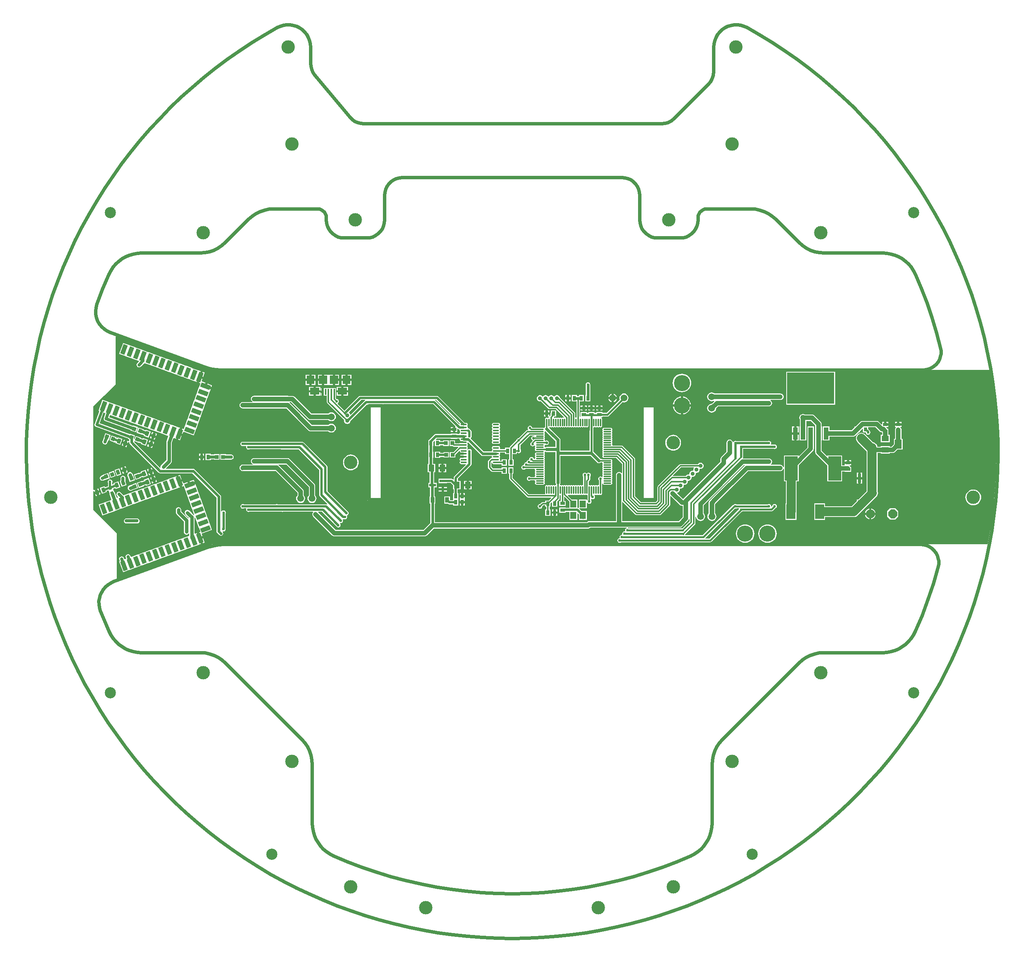
<source format=gtl>
G04*
G04 #@! TF.GenerationSoftware,Altium Limited,Altium Designer,18.1.7 (191)*
G04*
G04 Layer_Physical_Order=1*
G04 Layer_Color=255*
%FSLAX42Y42*%
%MOMM*%
G71*
G01*
G75*
%ADD11C,0.60*%
%ADD19C,0.80*%
%ADD62R,1.02X0.75*%
%ADD63R,1.60X2.00*%
%ADD64R,1.60X1.30*%
%ADD65R,0.80X2.00*%
%ADD66R,2.00X3.30*%
%ADD67R,2.90X5.40*%
%ADD68R,1.10X2.75*%
%ADD69R,10.50X7.00*%
%ADD70R,0.75X1.02*%
%ADD71R,0.40X1.35*%
%ADD72R,2.10X1.60*%
%ADD73R,1.80X1.90*%
%ADD74R,1.90X1.90*%
G04:AMPARAMS|DCode=75|XSize=0.75mm|YSize=1.02mm|CornerRadius=0mm|HoleSize=0mm|Usage=FLASHONLY|Rotation=20.000|XOffset=0mm|YOffset=0mm|HoleType=Round|Shape=Rectangle|*
%AMROTATEDRECTD75*
4,1,4,-0.18,-0.61,-0.53,0.35,0.18,0.61,0.53,-0.35,-0.18,-0.61,0.0*
%
%ADD75ROTATEDRECTD75*%

%ADD76P,1.20X4X155.0*%
G04:AMPARAMS|DCode=77|XSize=0.75mm|YSize=1.02mm|CornerRadius=0mm|HoleSize=0mm|Usage=FLASHONLY|Rotation=160.000|XOffset=0mm|YOffset=0mm|HoleType=Round|Shape=Rectangle|*
%AMROTATEDRECTD77*
4,1,4,0.53,0.35,0.18,-0.61,-0.53,-0.35,-0.18,0.61,0.53,0.35,0.0*
%
%ADD77ROTATEDRECTD77*%

%ADD78P,1.20X4X115.0*%
G04:AMPARAMS|DCode=79|XSize=0.5mm|YSize=0.65mm|CornerRadius=0mm|HoleSize=0mm|Usage=FLASHONLY|Rotation=110.000|XOffset=0mm|YOffset=0mm|HoleType=Round|Shape=Rectangle|*
%AMROTATEDRECTD79*
4,1,4,0.39,-0.12,-0.22,-0.35,-0.39,0.12,0.22,0.35,0.39,-0.12,0.0*
%
%ADD79ROTATEDRECTD79*%

G04:AMPARAMS|DCode=80|XSize=1mm|YSize=2.2mm|CornerRadius=0mm|HoleSize=0mm|Usage=FLASHONLY|Rotation=250.000|XOffset=0mm|YOffset=0mm|HoleType=Round|Shape=Rectangle|*
%AMROTATEDRECTD80*
4,1,4,-0.86,0.85,1.20,0.09,0.86,-0.85,-1.20,-0.09,-0.86,0.85,0.0*
%
%ADD80ROTATEDRECTD80*%

G04:AMPARAMS|DCode=81|XSize=1mm|YSize=2.2mm|CornerRadius=0mm|HoleSize=0mm|Usage=FLASHONLY|Rotation=160.000|XOffset=0mm|YOffset=0mm|HoleType=Round|Shape=Rectangle|*
%AMROTATEDRECTD81*
4,1,4,0.85,0.86,0.09,-1.20,-0.85,-0.86,-0.09,1.20,0.85,0.86,0.0*
%
%ADD81ROTATEDRECTD81*%

%ADD82R,1.40X1.60*%
%ADD83R,0.80X0.80*%
%ADD84R,0.80X0.90*%
%ADD85R,1.30X1.52*%
%ADD86R,1.50X0.60*%
%ADD87R,0.85X0.85*%
G04:AMPARAMS|DCode=88|XSize=1mm|YSize=2.2mm|CornerRadius=0mm|HoleSize=0mm|Usage=FLASHONLY|Rotation=20.000|XOffset=0mm|YOffset=0mm|HoleType=Round|Shape=Rectangle|*
%AMROTATEDRECTD88*
4,1,4,-0.09,-1.20,-0.85,0.86,0.09,1.20,0.85,-0.86,-0.09,-1.20,0.0*
%
%ADD88ROTATEDRECTD88*%

G04:AMPARAMS|DCode=89|XSize=1mm|YSize=2.2mm|CornerRadius=0mm|HoleSize=0mm|Usage=FLASHONLY|Rotation=290.000|XOffset=0mm|YOffset=0mm|HoleType=Round|Shape=Rectangle|*
%AMROTATEDRECTD89*
4,1,4,-1.20,0.09,0.86,0.85,1.20,-0.09,-0.86,-0.85,-1.20,0.09,0.0*
%
%ADD89ROTATEDRECTD89*%

G04:AMPARAMS|DCode=90|XSize=1.4mm|YSize=0.35mm|CornerRadius=0.18mm|HoleSize=0mm|Usage=FLASHONLY|Rotation=180.000|XOffset=0mm|YOffset=0mm|HoleType=Round|Shape=RoundedRectangle|*
%AMROUNDEDRECTD90*
21,1,1.40,0.00,0,0,180.0*
21,1,1.05,0.35,0,0,180.0*
1,1,0.35,-0.53,0.00*
1,1,0.35,0.53,0.00*
1,1,0.35,0.53,0.00*
1,1,0.35,-0.53,0.00*
%
%ADD90ROUNDEDRECTD90*%
%ADD91R,0.91X1.22*%
%ADD92O,1.80X0.30*%
%ADD93O,0.30X1.80*%
%ADD94C,0.30*%
%ADD95C,0.45*%
%ADD96C,1.00*%
%ADD97C,2.00*%
%ADD98C,0.50*%
%ADD99C,0.40*%
%ADD100C,0.70*%
%ADD101C,0.35*%
%ADD102C,0.90*%
%ADD103C,1.50*%
%ADD104C,2.00*%
%ADD105P,2.16X8X202.5*%
%ADD106C,3.60*%
%ADD107C,2.50*%
%ADD108C,3.00*%
%ADD109C,0.60*%
%ADD110C,1.27*%
%ADD111C,1.00*%
G36*
X3991Y12732D02*
X3992Y12731D01*
X3993Y12731D01*
X4104Y12698D01*
X4106Y12697D01*
X4108Y12697D01*
X4222Y12677D01*
X4224Y12677D01*
X4226Y12676D01*
X4342Y12669D01*
X4343Y12670D01*
X4344Y12669D01*
X16966D01*
X16975Y12660D01*
X16975Y12657D01*
Y11920D01*
X18065D01*
Y12657D01*
X18065Y12660D01*
X18074Y12669D01*
X20027D01*
X20028Y12670D01*
X20029Y12670D01*
X20095Y12675D01*
X20097Y12676D01*
X20100Y12676D01*
X20164Y12692D01*
X20166Y12693D01*
X20168Y12693D01*
X20183Y12700D01*
X21508D01*
X21552Y12430D01*
X21595Y12101D01*
X21629Y11771D01*
X21652Y11440D01*
X21665Y11109D01*
X21668Y10777D01*
X21660Y10445D01*
X21643Y10114D01*
X21615Y9783D01*
X21577Y9454D01*
X21530Y9125D01*
X21472Y8800D01*
X20132D01*
X20119Y8806D01*
X20116Y8807D01*
X20114Y8808D01*
X20049Y8824D01*
X20047Y8824D01*
X20044Y8825D01*
X19978Y8830D01*
X19977Y8830D01*
X19975Y8831D01*
X16615D01*
X16613Y8843D01*
X16634Y8850D01*
X16669Y8869D01*
X16701Y8894D01*
X16726Y8926D01*
X16745Y8961D01*
X16757Y9000D01*
X16761Y9040D01*
X16757Y9080D01*
X16745Y9119D01*
X16726Y9154D01*
X16701Y9186D01*
X16669Y9211D01*
X16634Y9230D01*
X16595Y9242D01*
X16555Y9246D01*
X16515Y9242D01*
X16476Y9230D01*
X16441Y9211D01*
X16409Y9186D01*
X16384Y9154D01*
X16365Y9119D01*
X16353Y9080D01*
X16349Y9040D01*
X16353Y9000D01*
X16365Y8961D01*
X16384Y8926D01*
X16409Y8894D01*
X16441Y8869D01*
X16476Y8850D01*
X16497Y8843D01*
X16495Y8831D01*
X16115D01*
X16113Y8843D01*
X16134Y8850D01*
X16169Y8869D01*
X16201Y8894D01*
X16226Y8926D01*
X16245Y8961D01*
X16257Y9000D01*
X16261Y9040D01*
X16257Y9080D01*
X16245Y9119D01*
X16226Y9154D01*
X16201Y9186D01*
X16169Y9211D01*
X16134Y9230D01*
X16095Y9242D01*
X16055Y9246D01*
X16015Y9242D01*
X15976Y9230D01*
X15941Y9211D01*
X15909Y9186D01*
X15884Y9154D01*
X15865Y9119D01*
X15853Y9080D01*
X15849Y9040D01*
X15853Y9000D01*
X15865Y8961D01*
X15884Y8926D01*
X15909Y8894D01*
X15941Y8869D01*
X15976Y8850D01*
X15997Y8843D01*
X15995Y8831D01*
X13289D01*
X13283Y8843D01*
X13286Y8847D01*
X15276D01*
X15276Y8847D01*
X15292Y8850D01*
X15305Y8859D01*
X15972Y9526D01*
X15983Y9528D01*
X16000Y9539D01*
X16000Y9539D01*
X16640D01*
X16640Y9539D01*
X16656Y9542D01*
X16669Y9551D01*
X16721Y9603D01*
X16732Y9605D01*
X16749Y9616D01*
X16760Y9633D01*
X16763Y9653D01*
X16760Y9672D01*
X16749Y9689D01*
X16732Y9700D01*
X16712Y9703D01*
X16693Y9700D01*
X16676Y9689D01*
X16665Y9672D01*
X16663Y9661D01*
X16649Y9646D01*
X16637Y9653D01*
X16634Y9670D01*
X16623Y9686D01*
X16606Y9697D01*
X16587Y9701D01*
X16567Y9697D01*
X16558Y9691D01*
X15865D01*
X15856Y9697D01*
X15837Y9701D01*
X15817Y9697D01*
X15806Y9690D01*
X15796Y9688D01*
X15783Y9679D01*
X15107Y9003D01*
X14717D01*
X14710Y9016D01*
X14713Y9019D01*
X14713Y9023D01*
X14935Y9245D01*
X14943Y9256D01*
X14946Y9270D01*
Y9415D01*
X14958Y9416D01*
X14961Y9399D01*
X14971Y9375D01*
X14987Y9354D01*
X15008Y9338D01*
X15032Y9328D01*
X15058Y9324D01*
X15084Y9328D01*
X15108Y9338D01*
X15129Y9354D01*
X15145Y9375D01*
X15155Y9399D01*
X15159Y9425D01*
X15155Y9451D01*
X15145Y9475D01*
X15129Y9496D01*
X15129Y9497D01*
Y9674D01*
X16029Y10574D01*
X16042D01*
X16046Y10562D01*
X16041Y10557D01*
X15327Y9844D01*
X15325Y9842D01*
X15262Y9779D01*
X15251Y9765D01*
X15244Y9748D01*
X15241Y9729D01*
Y9497D01*
X15241Y9496D01*
X15225Y9475D01*
X15215Y9451D01*
X15211Y9425D01*
X15215Y9399D01*
X15225Y9375D01*
X15241Y9354D01*
X15262Y9338D01*
X15286Y9328D01*
X15312Y9324D01*
X15338Y9328D01*
X15362Y9338D01*
X15383Y9354D01*
X15399Y9375D01*
X15409Y9399D01*
X15413Y9425D01*
X15409Y9451D01*
X15399Y9475D01*
X15383Y9496D01*
X15383Y9497D01*
Y9700D01*
X15423Y9740D01*
X15425Y9742D01*
X16120Y10437D01*
X16840Y10437D01*
X16859Y10439D01*
X16876Y10446D01*
X16890Y10458D01*
X16902Y10472D01*
X16907Y10486D01*
X16920Y10483D01*
Y10208D01*
X16964D01*
Y9715D01*
X16960D01*
Y9345D01*
X17200D01*
Y9499D01*
X17202Y9504D01*
X17206Y9535D01*
Y10208D01*
X17250D01*
Y10563D01*
X17570Y10883D01*
X17581Y10897D01*
X17588Y10914D01*
X17591Y10933D01*
Y11120D01*
X17595D01*
Y11435D01*
X17445D01*
Y11120D01*
X17449D01*
Y10962D01*
X17262Y10774D01*
X17250Y10779D01*
Y10788D01*
X16920D01*
Y10532D01*
X16907Y10529D01*
X16902Y10543D01*
X16890Y10557D01*
X16876Y10569D01*
X16859Y10576D01*
X16840Y10578D01*
X16634D01*
X16629Y10591D01*
X16635Y10595D01*
X16637Y10598D01*
X16637Y10598D01*
X16649Y10612D01*
X16656Y10629D01*
X16658Y10647D01*
X16656Y10666D01*
X16649Y10683D01*
X16637Y10697D01*
X16623Y10709D01*
X16606Y10716D01*
X16588Y10718D01*
X16569Y10716D01*
X16569Y10716D01*
X16008D01*
X16001Y10728D01*
X16006Y10736D01*
X16009Y10753D01*
Y10934D01*
X16692D01*
X16694Y10933D01*
X16713Y10929D01*
X16733Y10933D01*
X16750Y10944D01*
X16761Y10960D01*
X16764Y10980D01*
X16761Y11000D01*
X16750Y11016D01*
X16733Y11027D01*
X16713Y11031D01*
X16694Y11027D01*
X16692Y11026D01*
X16637D01*
X16631Y11037D01*
X16634Y11041D01*
X16637Y11060D01*
X16634Y11080D01*
X16623Y11096D01*
X16606Y11107D01*
X16587Y11111D01*
X16567Y11107D01*
X16565Y11106D01*
X15862D01*
X15856Y11110D01*
X15837Y11113D01*
X15817Y11110D01*
X15800Y11099D01*
X15791Y11084D01*
X15781Y11085D01*
X15778Y11086D01*
X15778Y11088D01*
X15771Y11105D01*
X15759Y11120D01*
X15745Y11131D01*
X15728Y11138D01*
X15710Y11141D01*
X15691Y11138D01*
X15674Y11131D01*
X15660Y11120D01*
X15648Y11105D01*
X15641Y11088D01*
X15639Y11070D01*
Y10871D01*
X15525Y10757D01*
X15514Y10743D01*
X15507Y10726D01*
X15504Y10707D01*
Y10647D01*
X14680Y9822D01*
X14676Y9818D01*
X14659Y9816D01*
X14532Y9944D01*
X14537Y9957D01*
X14545Y9958D01*
X14562Y9965D01*
X14576Y9977D01*
X14588Y9991D01*
X14595Y10008D01*
X14597Y10026D01*
X14596Y10034D01*
X14607Y10045D01*
X14615Y10044D01*
X14633Y10047D01*
X14650Y10054D01*
X14665Y10065D01*
X14676Y10080D01*
X14683Y10097D01*
X14685Y10115D01*
X14684Y10122D01*
X14696Y10134D01*
X14703Y10133D01*
X14721Y10135D01*
X14739Y10142D01*
X14753Y10153D01*
X14764Y10168D01*
X14771Y10185D01*
X14774Y10203D01*
X14773Y10211D01*
X14784Y10222D01*
X14792Y10221D01*
X14810Y10223D01*
X14827Y10230D01*
X14842Y10242D01*
X14853Y10256D01*
X14860Y10273D01*
X14862Y10292D01*
X14861Y10299D01*
X14873Y10310D01*
X14880Y10309D01*
X14898Y10312D01*
X14915Y10319D01*
X14930Y10330D01*
X14941Y10345D01*
X14948Y10362D01*
X14951Y10380D01*
X14950Y10387D01*
X14961Y10399D01*
X14968Y10398D01*
X14987Y10400D01*
X15004Y10407D01*
X15018Y10418D01*
X15030Y10433D01*
X15037Y10450D01*
X15039Y10468D01*
X15038Y10476D01*
X15049Y10487D01*
X15057Y10486D01*
X15075Y10489D01*
X15092Y10496D01*
X15107Y10507D01*
X15118Y10521D01*
X15125Y10539D01*
X15127Y10557D01*
X15125Y10575D01*
X15118Y10592D01*
X15107Y10607D01*
X15092Y10618D01*
X15075Y10625D01*
X15057Y10627D01*
X15039Y10625D01*
X15021Y10618D01*
X15007Y10607D01*
X14996Y10592D01*
X14609D01*
X14596Y10590D01*
X14584Y10582D01*
X14107Y10105D01*
X14100Y10094D01*
X14097Y10080D01*
Y9785D01*
X14055Y9743D01*
X13730D01*
X13598Y9875D01*
Y10705D01*
X13595Y10719D01*
X13588Y10730D01*
X13323Y10995D01*
X13311Y11003D01*
X13298Y11006D01*
X13101D01*
X13090Y11018D01*
X13091Y11020D01*
X13088Y11034D01*
X13080Y11045D01*
X13088Y11056D01*
X13091Y11070D01*
X13088Y11084D01*
X13080Y11095D01*
X13088Y11106D01*
X13091Y11120D01*
X13088Y11134D01*
X13080Y11145D01*
X13088Y11156D01*
X13091Y11170D01*
X13088Y11184D01*
X13080Y11195D01*
X13088Y11206D01*
X13091Y11220D01*
X13088Y11234D01*
X13080Y11245D01*
X13088Y11256D01*
X13091Y11270D01*
X13088Y11284D01*
X13080Y11295D01*
X13088Y11306D01*
X13091Y11320D01*
X13088Y11334D01*
X13080Y11345D01*
X13088Y11356D01*
X13091Y11370D01*
X13088Y11384D01*
X13080Y11395D01*
X13069Y11403D01*
X13055Y11406D01*
X12905D01*
X12891Y11403D01*
X12880Y11395D01*
X12872Y11384D01*
X12869Y11370D01*
X12872Y11356D01*
X12880Y11345D01*
X12872Y11334D01*
X12869Y11320D01*
X12872Y11306D01*
X12880Y11295D01*
X12872Y11284D01*
X12869Y11270D01*
X12872Y11256D01*
X12880Y11245D01*
X12872Y11234D01*
X12869Y11220D01*
X12872Y11206D01*
X12880Y11195D01*
X12872Y11184D01*
X12869Y11170D01*
X12872Y11156D01*
X12880Y11145D01*
X12872Y11134D01*
X12869Y11120D01*
X12872Y11106D01*
X12880Y11095D01*
X12872Y11084D01*
X12869Y11070D01*
X12872Y11056D01*
X12880Y11045D01*
X12872Y11034D01*
X12869Y11020D01*
X12872Y11006D01*
X12880Y10995D01*
X12872Y10984D01*
X12869Y10970D01*
X12872Y10956D01*
X12880Y10945D01*
X12872Y10934D01*
X12869Y10920D01*
X12872Y10906D01*
X12880Y10895D01*
X12872Y10884D01*
X12869Y10870D01*
X12872Y10856D01*
X12880Y10845D01*
X12872Y10834D01*
X12869Y10820D01*
X12872Y10806D01*
X12880Y10795D01*
X12872Y10784D01*
X12869Y10770D01*
X12872Y10756D01*
X12880Y10745D01*
X12872Y10734D01*
X12869Y10720D01*
X12870Y10718D01*
X12859Y10706D01*
X12832D01*
X12830Y10710D01*
X12666Y10874D01*
Y11395D01*
X12666Y11395D01*
Y11407D01*
X12675Y11414D01*
X12689Y11417D01*
X12700Y11425D01*
X12711Y11417D01*
X12725Y11414D01*
X12739Y11417D01*
X12750Y11425D01*
X12761Y11417D01*
X12775Y11414D01*
X12789Y11417D01*
X12800Y11425D01*
X12811Y11417D01*
X12825Y11414D01*
X12839Y11417D01*
X12850Y11425D01*
X12858Y11436D01*
X12861Y11450D01*
Y11600D01*
X12858Y11614D01*
X12850Y11625D01*
X12846Y11628D01*
X12850Y11641D01*
X12871D01*
Y11655D01*
X12976D01*
X12993Y11658D01*
X13007Y11668D01*
X13317Y11978D01*
X13324Y11975D01*
X13350Y11971D01*
X13376Y11975D01*
X13400Y11985D01*
X13421Y12001D01*
X13437Y12022D01*
X13447Y12046D01*
X13451Y12072D01*
X13447Y12098D01*
X13437Y12123D01*
X13421Y12143D01*
X13400Y12159D01*
X13376Y12170D01*
X13350Y12173D01*
X13324Y12170D01*
X13300Y12159D01*
X13279Y12143D01*
X13263Y12123D01*
X13253Y12098D01*
X13249Y12072D01*
X13253Y12046D01*
X13256Y12039D01*
X12958Y11742D01*
X12871D01*
Y11756D01*
X12729D01*
Y11738D01*
X12693D01*
Y11756D01*
X12551D01*
Y11738D01*
X12521D01*
Y11756D01*
X12379D01*
Y11648D01*
X12379Y11647D01*
X12373Y11646D01*
X12361Y11655D01*
Y11995D01*
X12454D01*
Y12137D01*
X12339D01*
Y12117D01*
X12301D01*
Y12136D01*
X12186D01*
Y11994D01*
X12289D01*
Y11646D01*
X12277Y11635D01*
X12275Y11636D01*
X12273Y11635D01*
X12261Y11646D01*
Y11725D01*
X12258Y11739D01*
X12250Y11750D01*
X11919Y12082D01*
X11919Y12083D01*
X11912Y12100D01*
X11900Y12115D01*
X11886Y12126D01*
X11869Y12133D01*
X11850Y12136D01*
X11832Y12133D01*
X11815Y12126D01*
X11801Y12115D01*
X11796Y12109D01*
X11780D01*
X11775Y12115D01*
X11761Y12126D01*
X11744Y12133D01*
X11725Y12136D01*
X11707Y12133D01*
X11690Y12126D01*
X11676Y12115D01*
X11671Y12109D01*
X11655D01*
X11650Y12115D01*
X11636Y12126D01*
X11619Y12133D01*
X11600Y12136D01*
X11582Y12133D01*
X11565Y12126D01*
X11551Y12115D01*
X11546Y12109D01*
X11530D01*
X11525Y12115D01*
X11511Y12126D01*
X11494Y12133D01*
X11475Y12136D01*
X11457Y12133D01*
X11440Y12126D01*
X11426Y12115D01*
X11414Y12100D01*
X11407Y12083D01*
X11405Y12065D01*
X11407Y12047D01*
X11414Y12030D01*
X11426Y12015D01*
X11440Y12004D01*
X11457Y11997D01*
X11475Y11994D01*
X11493Y11997D01*
X11655Y11835D01*
X11667Y11827D01*
X11680Y11824D01*
X11829D01*
X12006Y11647D01*
X12004Y11634D01*
X11994Y11629D01*
X11989Y11633D01*
X11975Y11636D01*
X11961Y11633D01*
X11950Y11625D01*
X11939Y11633D01*
X11925Y11636D01*
X11911Y11633D01*
X11900Y11625D01*
X11889Y11633D01*
X11875Y11636D01*
X11861Y11633D01*
X11850Y11625D01*
X11839Y11633D01*
X11825Y11636D01*
X11811Y11633D01*
X11800Y11625D01*
X11789Y11633D01*
X11784Y11646D01*
X11789Y11654D01*
X11832D01*
Y11796D01*
X11717D01*
Y11741D01*
X11715Y11739D01*
X11712Y11725D01*
Y11680D01*
X11700Y11667D01*
X11696Y11662D01*
X11683Y11666D01*
Y11700D01*
X11651D01*
Y11654D01*
X11669D01*
X11679Y11643D01*
X11675Y11636D01*
X11661Y11633D01*
X11650Y11625D01*
X11639Y11633D01*
X11625Y11636D01*
X11611Y11633D01*
X11600Y11625D01*
X11592Y11614D01*
X11589Y11600D01*
Y11525D01*
Y11422D01*
X11585Y11420D01*
X11576Y11406D01*
X11563Y11402D01*
X11560Y11402D01*
X11559Y11403D01*
X11545Y11406D01*
X11300D01*
X11297Y11420D01*
X11286Y11436D01*
X11270Y11447D01*
X11250Y11451D01*
X11230Y11447D01*
X11214Y11436D01*
X11203Y11420D01*
X11199Y11400D01*
X11203Y11380D01*
X11211Y11368D01*
X11205Y11356D01*
X11191D01*
X11177Y11353D01*
X11165Y11345D01*
X10995Y11175D01*
X10980Y11172D01*
X10964Y11161D01*
X10953Y11145D01*
X10950Y11130D01*
X10800Y10980D01*
X10792Y10968D01*
X10791Y10961D01*
X10695D01*
Y10928D01*
X10584D01*
X10578Y10939D01*
X10578Y10941D01*
X10581Y10955D01*
X10578Y10970D01*
X10572Y10979D01*
X10570Y10988D01*
X10571Y10995D01*
X10490D01*
X10409D01*
X10410Y10988D01*
X10408Y10979D01*
X10402Y10970D01*
X10399Y10955D01*
X10402Y10940D01*
X10410Y10928D01*
Y10917D01*
X10402Y10905D01*
X10399Y10890D01*
X10400Y10886D01*
X10392Y10876D01*
X10215D01*
X9927Y11164D01*
X9929Y11180D01*
X9935Y11184D01*
X9946Y11200D01*
X9949Y11220D01*
X9946Y11240D01*
X9944Y11241D01*
Y11321D01*
X9941Y11339D01*
X9931Y11354D01*
X9907Y11377D01*
X9893Y11387D01*
X9875Y11391D01*
X9869Y11390D01*
X9867Y11390D01*
X9859Y11401D01*
X9861Y11410D01*
X9858Y11425D01*
X9850Y11437D01*
Y11448D01*
X9858Y11460D01*
X9861Y11475D01*
X9858Y11490D01*
X9850Y11502D01*
X9837Y11510D01*
X9823Y11513D01*
X9797D01*
X9205Y12105D01*
X9190Y12115D01*
X9173Y12118D01*
X7460D01*
X7442Y12115D01*
X7428Y12105D01*
X7108Y11785D01*
X6954Y11939D01*
X6956Y11955D01*
X6966Y11961D01*
X6977Y11978D01*
X6981Y11997D01*
X6977Y12017D01*
X6966Y12034D01*
X6950Y12045D01*
X6930Y12048D01*
X6930Y12048D01*
X6916Y12062D01*
Y12120D01*
X6920D01*
Y12295D01*
X6725D01*
Y12295D01*
X6645D01*
Y12295D01*
X6645D01*
Y12207D01*
Y12120D01*
X6660D01*
Y12120D01*
X6710D01*
Y12120D01*
X6714D01*
Y11978D01*
X6717Y11964D01*
X6725Y11952D01*
X7099Y11578D01*
X7097Y11560D01*
X7099Y11542D01*
X7106Y11525D01*
X7118Y11510D01*
X7132Y11499D01*
X7149Y11492D01*
X7168Y11489D01*
X7186Y11492D01*
X7203Y11499D01*
X7217Y11510D01*
X7229Y11525D01*
X7236Y11542D01*
X7237Y11555D01*
X7609Y11926D01*
X7612Y11927D01*
X7615Y11926D01*
X7620Y11912D01*
X7618Y11900D01*
Y9800D01*
X7620Y9788D01*
X7627Y9778D01*
X7637Y9772D01*
X7649Y9769D01*
X7949D01*
X7960Y9772D01*
X7970Y9778D01*
X7977Y9788D01*
X7979Y9800D01*
Y11900D01*
X7977Y11912D01*
X7972Y11919D01*
X7975Y11928D01*
X7978Y11932D01*
X9088D01*
X9585Y11435D01*
X9581Y11423D01*
X9580D01*
Y11365D01*
Y11308D01*
X9626D01*
Y11378D01*
X9638Y11383D01*
X9643Y11378D01*
X9657Y11368D01*
X9671Y11365D01*
X9676Y11363D01*
X9681Y11351D01*
X9679Y11345D01*
X9682Y11330D01*
X9690Y11318D01*
Y11307D01*
X9682Y11295D01*
X9679Y11280D01*
X9680Y11276D01*
X9672Y11266D01*
X9626D01*
Y11275D01*
X9484D01*
Y11266D01*
X9145D01*
X9125Y11262D01*
X9109Y11251D01*
X8999Y11142D01*
X8994Y11133D01*
X8978D01*
Y10992D01*
X8985D01*
Y10873D01*
X8978D01*
Y10731D01*
X8985D01*
Y10601D01*
X8962D01*
Y10409D01*
X9007D01*
Y10175D01*
X8980D01*
Y10075D01*
X9019D01*
Y9871D01*
X9007D01*
Y9709D01*
X9022D01*
Y9274D01*
X8868Y9121D01*
X6914D01*
X6518Y9516D01*
X6524Y9529D01*
X6606D01*
X6922Y9213D01*
X6923Y9210D01*
X6934Y9194D01*
X6950Y9183D01*
X6970Y9179D01*
X6990Y9183D01*
X7006Y9194D01*
X7017Y9210D01*
X7021Y9230D01*
X7017Y9250D01*
X7007Y9265D01*
X7009Y9270D01*
X7013Y9276D01*
X7025Y9274D01*
X7045Y9278D01*
X7061Y9289D01*
X7072Y9305D01*
X7076Y9325D01*
X7072Y9345D01*
X7066Y9354D01*
X7073Y9365D01*
X7080Y9364D01*
X7085D01*
X7092Y9365D01*
X7095Y9363D01*
X7115Y9359D01*
X7135Y9363D01*
X7151Y9374D01*
X7162Y9390D01*
X7166Y9410D01*
X7162Y9430D01*
X7158Y9435D01*
X7164Y9449D01*
X7170Y9450D01*
X7186Y9461D01*
X7197Y9478D01*
X7201Y9497D01*
X7197Y9517D01*
X7186Y9534D01*
X7170Y9545D01*
X7167Y9545D01*
X6726Y9987D01*
Y10530D01*
X6722Y10548D01*
X6712Y10562D01*
X6200Y11075D01*
X6185Y11085D01*
X6167Y11088D01*
X5608D01*
X5606Y11090D01*
X5586Y11093D01*
X5567Y11090D01*
X5565Y11088D01*
X4858D01*
X4856Y11090D01*
X4837Y11093D01*
X4817Y11090D01*
X4800Y11079D01*
X4789Y11062D01*
X4786Y11043D01*
X4789Y11023D01*
X4800Y11006D01*
X4817Y10995D01*
X4837Y10992D01*
X4856Y10995D01*
X4858Y10997D01*
X4907D01*
X4915Y10984D01*
X4913Y10971D01*
X4916Y10951D01*
X4927Y10934D01*
X4944Y10923D01*
X4964Y10920D01*
X4983Y10923D01*
X4985Y10925D01*
X5691D01*
X5694Y10923D01*
X5713Y10919D01*
X5733Y10923D01*
X5735Y10924D01*
X6081D01*
X6544Y10461D01*
Y9900D01*
X6548Y9882D01*
X6558Y9868D01*
X6721Y9704D01*
X6714Y9693D01*
X6700Y9696D01*
X5615D01*
X5614Y9697D01*
X5594Y9701D01*
X5575Y9697D01*
X5573Y9696D01*
X4858D01*
X4856Y9697D01*
X4837Y9701D01*
X4817Y9697D01*
X4800Y9686D01*
X4789Y9670D01*
X4786Y9650D01*
X4789Y9630D01*
X4800Y9614D01*
X4817Y9603D01*
X4837Y9599D01*
X4856Y9603D01*
X4858Y9604D01*
X4909D01*
X4916Y9591D01*
X4913Y9575D01*
X4916Y9555D01*
X4927Y9539D01*
X4944Y9528D01*
X4964Y9524D01*
X4983Y9528D01*
X4985Y9529D01*
X5700D01*
X5702Y9528D01*
X5721Y9524D01*
X5741Y9528D01*
X5742Y9529D01*
X6397D01*
X6404Y9516D01*
X6399Y9510D01*
X6392Y9493D01*
X6389Y9475D01*
X6392Y9457D01*
X6399Y9440D01*
X6410Y9425D01*
X6835Y9000D01*
X6850Y8989D01*
X6867Y8982D01*
X6885Y8979D01*
X8898D01*
X8916Y8982D01*
X8933Y8989D01*
X8947Y9000D01*
X9102Y9154D01*
X12550D01*
X12568Y9157D01*
X12585Y9164D01*
X12600Y9175D01*
X12602Y9177D01*
X13412D01*
X13414Y9164D01*
X13403Y9162D01*
X13386Y9151D01*
X13375Y9135D01*
X13372Y9115D01*
X13374Y9101D01*
X13365Y9091D01*
X13365Y9090D01*
X13360Y9091D01*
X13340Y9087D01*
X13324Y9076D01*
X13313Y9060D01*
X13309Y9040D01*
X13312Y9025D01*
X13304Y9013D01*
X13302Y9013D01*
X13283Y9010D01*
X13266Y8999D01*
X13255Y8982D01*
X13252Y8962D01*
X13254Y8951D01*
X13251Y8941D01*
X13245Y8937D01*
X13230Y8935D01*
X13214Y8924D01*
X13203Y8907D01*
X13199Y8888D01*
X13203Y8868D01*
X13214Y8851D01*
X13226Y8843D01*
X13222Y8831D01*
X4406D01*
X4406Y8830D01*
X4405Y8831D01*
X4289Y8824D01*
X4287Y8823D01*
X4285Y8823D01*
X4170Y8803D01*
X4169Y8803D01*
X4167Y8802D01*
X4056Y8769D01*
X4055Y8769D01*
X4054Y8768D01*
X2036Y8034D01*
X2025Y8041D01*
Y9050D01*
X1500Y9575D01*
Y9987D01*
X1513Y9990D01*
X1520Y9969D01*
X1551Y9980D01*
X1535Y10023D01*
X1513Y10014D01*
X1500Y10023D01*
Y11887D01*
X1995Y12370D01*
Y13447D01*
X2006Y13454D01*
X3991Y12732D01*
D02*
G37*
G36*
X7569Y12014D02*
X7563Y12010D01*
X7248Y11696D01*
X7236Y11700D01*
X7236Y11703D01*
X7229Y11720D01*
X7217Y11735D01*
X7211Y11740D01*
X7209Y11757D01*
X7479Y12027D01*
X7565D01*
X7569Y12014D01*
D02*
G37*
G36*
X9682Y11498D02*
X9678Y11487D01*
X9666Y11484D01*
X9140Y12010D01*
X9134Y12014D01*
X9138Y12027D01*
X9153D01*
X9682Y11498D01*
D02*
G37*
G36*
X12511Y11417D02*
X12525Y11414D01*
X12539Y11417D01*
X12550Y11425D01*
X12561Y11417D01*
X12575Y11414D01*
X12584Y11407D01*
Y11395D01*
X12584Y11395D01*
Y10891D01*
X11931D01*
Y10920D01*
Y11130D01*
X11927Y11151D01*
X11915Y11170D01*
X11682Y11403D01*
X11686Y11416D01*
X11689Y11417D01*
X11700Y11425D01*
X11711Y11417D01*
X11725Y11414D01*
X11739Y11417D01*
X11750Y11425D01*
X11761Y11417D01*
X11775Y11414D01*
X11789Y11417D01*
X11800Y11425D01*
X11811Y11417D01*
X11825Y11414D01*
X11839Y11417D01*
X11850Y11425D01*
X11861Y11417D01*
X11875Y11414D01*
X11889Y11417D01*
X11900Y11425D01*
X11911Y11417D01*
X11925Y11414D01*
X11939Y11417D01*
X11950Y11425D01*
X11961Y11417D01*
X11975Y11414D01*
X11989Y11417D01*
X12000Y11425D01*
X12011Y11417D01*
X12025Y11414D01*
X12039Y11417D01*
X12050Y11425D01*
X12061Y11417D01*
X12075Y11414D01*
X12089Y11417D01*
X12100Y11425D01*
X12111Y11417D01*
X12125Y11414D01*
X12139Y11417D01*
X12150Y11425D01*
X12161Y11417D01*
X12175Y11414D01*
X12189Y11417D01*
X12200Y11425D01*
X12211Y11417D01*
X12225Y11414D01*
X12239Y11417D01*
X12250Y11425D01*
X12261Y11417D01*
X12275Y11414D01*
X12289Y11417D01*
X12300Y11425D01*
X12311Y11417D01*
X12325Y11414D01*
X12339Y11417D01*
X12350Y11425D01*
X12361Y11417D01*
X12375Y11414D01*
X12389Y11417D01*
X12400Y11425D01*
X12411Y11417D01*
X12425Y11414D01*
X12439Y11417D01*
X12450Y11425D01*
X12461Y11417D01*
X12475Y11414D01*
X12489Y11417D01*
X12500Y11425D01*
X12511Y11417D01*
D02*
G37*
G36*
X11349Y11222D02*
X11347Y11218D01*
X11346Y11218D01*
X11330Y11221D01*
X11310Y11217D01*
X11294Y11206D01*
X11283Y11190D01*
X11279Y11170D01*
X11283Y11150D01*
X11294Y11134D01*
X11294Y11134D01*
X11307Y11125D01*
X11310Y11111D01*
X11285Y11085D01*
X11282Y11082D01*
X11274Y11076D01*
X11263Y11060D01*
X11259Y11040D01*
X11263Y11020D01*
X11274Y11004D01*
X11290Y10993D01*
X11310Y10989D01*
X11330Y10993D01*
X11346Y11004D01*
X11349Y11008D01*
X11362Y11006D01*
X11370Y10995D01*
X11362Y10984D01*
X11359Y10970D01*
X11362Y10956D01*
X11370Y10945D01*
X11362Y10934D01*
X11359Y10920D01*
X11362Y10906D01*
X11370Y10895D01*
X11370Y10895D01*
X11370Y10895D01*
X11381Y10887D01*
X11395Y10884D01*
X11470D01*
Y10856D01*
X11395D01*
X11381Y10853D01*
X11370Y10845D01*
X11370Y10845D01*
X11370Y10845D01*
X11362Y10834D01*
X11359Y10820D01*
X11362Y10806D01*
X11370Y10795D01*
X11362Y10784D01*
X11359Y10770D01*
X11362Y10756D01*
X11370Y10745D01*
X11362Y10734D01*
X11359Y10720D01*
X11360Y10718D01*
X11349Y10706D01*
X11335D01*
X11332Y10722D01*
X11321Y10739D01*
X11305Y10750D01*
X11285Y10753D01*
X11265Y10750D01*
X11249Y10739D01*
X11238Y10722D01*
X11234Y10703D01*
X11235Y10700D01*
X11226Y10691D01*
X11225Y10691D01*
X11205Y10687D01*
X11189Y10676D01*
X11178Y10660D01*
X11174Y10640D01*
X11162Y10633D01*
X11145Y10630D01*
X11129Y10619D01*
X11118Y10602D01*
X11114Y10583D01*
X11110Y10571D01*
X11110Y10571D01*
X11090Y10567D01*
X11074Y10556D01*
X11063Y10540D01*
X11059Y10520D01*
X11063Y10500D01*
X11074Y10484D01*
X11090Y10473D01*
X11110Y10469D01*
X11130Y10473D01*
X11146Y10484D01*
X11146Y10484D01*
X11349Y10484D01*
X11360Y10472D01*
X11359Y10470D01*
X11362Y10456D01*
X11370Y10445D01*
X11362Y10434D01*
X11359Y10420D01*
X11362Y10406D01*
X11370Y10395D01*
X11362Y10384D01*
X11359Y10370D01*
X11362Y10356D01*
X11370Y10345D01*
X11362Y10334D01*
X11359Y10320D01*
X11360Y10318D01*
X11349Y10306D01*
X11266D01*
X11266Y10306D01*
X11250Y10317D01*
X11230Y10321D01*
X11210Y10317D01*
X11194Y10306D01*
X11183Y10290D01*
X11179Y10270D01*
X11183Y10250D01*
X11194Y10234D01*
X11210Y10223D01*
X11230Y10219D01*
X11250Y10223D01*
X11266Y10234D01*
X11266Y10234D01*
X11349D01*
X11360Y10222D01*
X11359Y10220D01*
X11362Y10206D01*
X11370Y10195D01*
X11362Y10184D01*
X11359Y10170D01*
X11362Y10156D01*
X11370Y10145D01*
X11381Y10137D01*
X11395Y10134D01*
X11545D01*
X11559Y10137D01*
X11570Y10145D01*
X11578Y10156D01*
X11581Y10170D01*
X11578Y10184D01*
X11570Y10195D01*
X11578Y10206D01*
X11581Y10220D01*
X11578Y10234D01*
X11570Y10245D01*
X11578Y10256D01*
X11581Y10270D01*
X11578Y10284D01*
X11570Y10295D01*
X11578Y10306D01*
X11581Y10320D01*
X11578Y10334D01*
X11570Y10345D01*
X11578Y10356D01*
X11581Y10370D01*
X11578Y10384D01*
X11570Y10395D01*
X11578Y10406D01*
X11581Y10420D01*
X11578Y10434D01*
X11570Y10445D01*
X11578Y10456D01*
X11581Y10470D01*
X11578Y10484D01*
X11570Y10495D01*
X11578Y10506D01*
X11581Y10520D01*
X11578Y10534D01*
X11570Y10545D01*
X11578Y10556D01*
X11581Y10570D01*
X11578Y10584D01*
X11570Y10595D01*
X11578Y10606D01*
X11581Y10620D01*
X11578Y10634D01*
X11570Y10645D01*
X11578Y10656D01*
X11581Y10670D01*
X11578Y10684D01*
X11570Y10695D01*
X11578Y10706D01*
X11581Y10720D01*
X11578Y10734D01*
X11570Y10745D01*
X11578Y10756D01*
X11581Y10770D01*
X11578Y10784D01*
X11570Y10795D01*
X11578Y10806D01*
X11581Y10820D01*
X11578Y10834D01*
X11570Y10845D01*
X11578Y10856D01*
X11580Y10865D01*
X11590Y10871D01*
X11593Y10872D01*
X11599Y10868D01*
X11620Y10864D01*
X11819D01*
Y10835D01*
Y10175D01*
X11823Y10154D01*
X11833Y10139D01*
X11829Y10127D01*
X11827Y10125D01*
X11825Y10126D01*
X11811Y10123D01*
X11800Y10115D01*
X11789Y10123D01*
X11775Y10126D01*
X11761Y10123D01*
X11750Y10115D01*
X11739Y10123D01*
X11725Y10126D01*
X11711Y10123D01*
X11700Y10115D01*
X11689Y10123D01*
X11675Y10126D01*
X11661Y10123D01*
X11650Y10115D01*
X11639Y10123D01*
X11625Y10126D01*
X11611Y10123D01*
X11600Y10115D01*
X11592Y10104D01*
X11589Y10090D01*
Y9940D01*
X11591Y9932D01*
X11582Y9920D01*
X11222D01*
X10860Y10282D01*
Y10379D01*
X10882D01*
Y10521D01*
X10767D01*
Y10379D01*
X10788D01*
Y10267D01*
X10791Y10253D01*
X10799Y10242D01*
X11182Y9859D01*
X11193Y9851D01*
X11207Y9848D01*
X11722D01*
X11727Y9837D01*
X11671Y9781D01*
X11593D01*
Y9746D01*
X11535D01*
X11521Y9743D01*
X11510Y9735D01*
X11475Y9701D01*
X11475Y9701D01*
X11455Y9697D01*
X11439Y9686D01*
X11428Y9670D01*
X11424Y9650D01*
X11428Y9630D01*
X11439Y9614D01*
X11455Y9603D01*
X11475Y9599D01*
X11495Y9603D01*
X11511Y9614D01*
X11522Y9630D01*
X11526Y9650D01*
X11526Y9650D01*
X11550Y9674D01*
X11593D01*
Y9639D01*
X11615D01*
Y9581D01*
X11593D01*
Y9440D01*
X11708D01*
Y9581D01*
X11687D01*
Y9639D01*
X11708D01*
Y9717D01*
X11730Y9738D01*
X11742Y9733D01*
Y9639D01*
X11857D01*
Y9759D01*
X11900Y9802D01*
X11908Y9814D01*
X11911Y9827D01*
Y9894D01*
X11923Y9905D01*
X11925Y9904D01*
X11927Y9905D01*
X11939Y9894D01*
Y9771D01*
X11904D01*
Y9657D01*
X12046D01*
Y9771D01*
X12011D01*
Y9862D01*
X12022Y9867D01*
X12130Y9760D01*
Y9616D01*
X12046D01*
Y9624D01*
X11904D01*
Y9508D01*
X12046D01*
Y9524D01*
X12130D01*
Y9345D01*
X12310D01*
Y9487D01*
X12322Y9492D01*
X12340Y9474D01*
Y9345D01*
X12431D01*
X12435Y9344D01*
X12439Y9345D01*
X12520D01*
Y9545D01*
X12399D01*
X12351Y9592D01*
X12356Y9605D01*
X12520D01*
Y9729D01*
X12533Y9733D01*
X12539Y9724D01*
X12555Y9713D01*
X12575Y9709D01*
X12595Y9713D01*
X12611Y9724D01*
X12622Y9740D01*
X12626Y9760D01*
X12622Y9780D01*
X12611Y9796D01*
X12611Y9796D01*
X12611Y9811D01*
X12623Y9818D01*
X12630Y9813D01*
X12650Y9809D01*
X12670Y9813D01*
X12686Y9824D01*
X12697Y9840D01*
X12701Y9860D01*
X12697Y9880D01*
X12688Y9894D01*
X12688Y9900D01*
X12689Y9904D01*
X12690Y9908D01*
X12702Y9913D01*
X12711Y9907D01*
X12725Y9904D01*
X12739Y9907D01*
X12750Y9915D01*
X12761Y9907D01*
X12775Y9904D01*
X12789Y9907D01*
X12800Y9915D01*
X12811Y9907D01*
X12825Y9904D01*
X12839Y9907D01*
X12850Y9915D01*
X12858Y9926D01*
X12861Y9940D01*
Y10090D01*
Y10152D01*
X12864Y10154D01*
X12873Y10154D01*
X12880Y10145D01*
X12891Y10137D01*
X12905Y10134D01*
X13055D01*
X13069Y10137D01*
X13080Y10145D01*
X13088Y10156D01*
X13091Y10170D01*
X13088Y10184D01*
X13080Y10195D01*
X13088Y10206D01*
X13091Y10220D01*
X13088Y10234D01*
X13080Y10245D01*
X13088Y10256D01*
X13091Y10270D01*
X13088Y10284D01*
X13080Y10295D01*
X13088Y10306D01*
X13091Y10320D01*
X13088Y10334D01*
X13080Y10345D01*
X13088Y10356D01*
X13091Y10370D01*
X13088Y10384D01*
X13080Y10395D01*
X13088Y10406D01*
X13091Y10420D01*
X13088Y10434D01*
X13080Y10445D01*
X13088Y10456D01*
X13091Y10470D01*
X13088Y10484D01*
X13080Y10495D01*
X13088Y10506D01*
X13091Y10520D01*
X13088Y10534D01*
X13080Y10545D01*
X13088Y10556D01*
X13091Y10570D01*
X13088Y10584D01*
X13080Y10595D01*
X13088Y10606D01*
X13091Y10620D01*
X13088Y10634D01*
X13080Y10645D01*
X13088Y10656D01*
X13091Y10670D01*
X13088Y10684D01*
X13080Y10695D01*
X13088Y10706D01*
X13091Y10720D01*
X13090Y10722D01*
X13101Y10734D01*
X13173D01*
X13307Y10600D01*
Y10396D01*
X13294Y10392D01*
X13290Y10397D01*
X13275Y10409D01*
X13258Y10416D01*
X13240Y10418D01*
X13222Y10416D01*
X13205Y10409D01*
X13190Y10397D01*
X13179Y10383D01*
X13172Y10366D01*
X13169Y10347D01*
Y9318D01*
X12572D01*
X12554Y9316D01*
X12537Y9309D01*
X12523Y9297D01*
X12521Y9296D01*
X9123D01*
Y9709D01*
X9138D01*
Y9871D01*
X9121D01*
Y10075D01*
X9170D01*
Y10175D01*
X9109D01*
Y10409D01*
X9132D01*
Y10601D01*
X9086D01*
Y10731D01*
X9093D01*
Y10873D01*
X9086D01*
Y10992D01*
X9093D01*
Y11091D01*
X9114Y11112D01*
X9126Y11107D01*
Y10992D01*
X9241D01*
Y11017D01*
X9312D01*
Y11000D01*
X9438D01*
Y11125D01*
X9312D01*
Y11108D01*
X9241D01*
Y11133D01*
X9152D01*
X9147Y11145D01*
X9166Y11164D01*
X9484D01*
Y11160D01*
X9626D01*
Y11164D01*
X9672D01*
X9680Y11154D01*
X9679Y11150D01*
X9682Y11135D01*
X9690Y11123D01*
Y11112D01*
X9689Y11110D01*
X9740D01*
X9750Y11103D01*
X9770Y11099D01*
Y11060D01*
X9677D01*
X9676Y11058D01*
X9584D01*
X9581Y11063D01*
X9578Y11076D01*
X9578Y11077D01*
Y11125D01*
X9453D01*
Y11000D01*
X9513D01*
X9518Y10993D01*
X9530Y10985D01*
X9545Y10982D01*
X9643D01*
X9649Y10969D01*
X9542Y10863D01*
X9458D01*
Y10738D01*
X9583D01*
Y10802D01*
X9667Y10886D01*
X9681Y10882D01*
X9682Y10875D01*
X9690Y10863D01*
Y10852D01*
X9689Y10850D01*
X9770D01*
Y10800D01*
X9689D01*
X9690Y10787D01*
X9689Y10785D01*
X9770D01*
Y10735D01*
X9689D01*
X9690Y10733D01*
X9688Y10719D01*
X9682Y10710D01*
X9679Y10695D01*
X9682Y10680D01*
X9690Y10668D01*
Y10657D01*
X9682Y10645D01*
X9679Y10630D01*
X9682Y10615D01*
X9690Y10603D01*
X9703Y10595D01*
X9718Y10592D01*
X9814D01*
X9819Y10579D01*
X9560Y10320D01*
X9550Y10305D01*
X9546Y10287D01*
Y10252D01*
X9535Y10248D01*
X9530Y10252D01*
X9515Y10262D01*
X9497Y10266D01*
X9400D01*
Y10270D01*
X9210D01*
Y10170D01*
X9400D01*
Y10174D01*
X9478D01*
X9534Y10118D01*
Y10029D01*
X9545D01*
Y9946D01*
X9533D01*
Y9786D01*
X9469D01*
X9465Y9789D01*
Y9871D01*
X9334D01*
Y9709D01*
X9416D01*
X9418Y9708D01*
X9432Y9698D01*
X9450Y9694D01*
X9533D01*
Y9669D01*
X9649D01*
Y9804D01*
Y9946D01*
X9637D01*
Y10029D01*
X9704D01*
Y10221D01*
X9638D01*
Y10268D01*
X9931Y10561D01*
X9941Y10576D01*
X9944Y10593D01*
Y10859D01*
X9946Y10860D01*
X9949Y10880D01*
X9946Y10900D01*
X9935Y10916D01*
X9918Y10927D01*
X9899Y10931D01*
X9879Y10927D01*
X9863Y10917D01*
X9859Y10918D01*
X9851Y10928D01*
X9852Y10931D01*
X9858Y10940D01*
X9861Y10955D01*
X9858Y10970D01*
X9852Y10979D01*
X9850Y10993D01*
X9858Y11005D01*
X9861Y11020D01*
X9858Y11035D01*
X9850Y11047D01*
Y11058D01*
X9858Y11070D01*
X9858Y11071D01*
X9872Y11075D01*
X10157Y10789D01*
X10174Y10778D01*
X10193Y10774D01*
X10392D01*
X10400Y10764D01*
X10399Y10760D01*
X10402Y10746D01*
X10402Y10744D01*
X10396Y10733D01*
X10395D01*
X10380Y10730D01*
X10368Y10722D01*
X10323Y10677D01*
X10315Y10665D01*
X10312Y10650D01*
Y10520D01*
X10315Y10505D01*
X10323Y10493D01*
X10388Y10428D01*
X10400Y10420D01*
X10415Y10417D01*
X10618D01*
Y10379D01*
X10733D01*
Y10521D01*
X10618D01*
Y10493D01*
X10431D01*
X10388Y10536D01*
Y10620D01*
X10401Y10622D01*
X10402Y10615D01*
X10410Y10603D01*
X10423Y10595D01*
X10438Y10592D01*
X10620D01*
Y10559D01*
X10735D01*
Y10701D01*
X10620D01*
Y10668D01*
X10584D01*
X10578Y10679D01*
X10578Y10681D01*
X10581Y10695D01*
X10578Y10710D01*
X10570Y10722D01*
Y10733D01*
X10578Y10745D01*
X10581Y10760D01*
X10578Y10775D01*
X10572Y10784D01*
X10570Y10793D01*
X10572Y10801D01*
X10578Y10810D01*
X10581Y10825D01*
X10578Y10839D01*
X10578Y10841D01*
X10584Y10852D01*
X10695D01*
Y10819D01*
X10789D01*
Y10701D01*
X10768D01*
Y10559D01*
X10883D01*
Y10701D01*
X10861D01*
Y10819D01*
X10958D01*
Y10843D01*
X10970Y10850D01*
X10980Y10843D01*
X11000Y10839D01*
X11020Y10843D01*
X11036Y10854D01*
X11047Y10870D01*
X11051Y10890D01*
X11047Y10910D01*
X11036Y10926D01*
X11036Y10926D01*
Y11015D01*
X11255Y11234D01*
X11340D01*
X11349Y11222D01*
D02*
G37*
G36*
X11819Y11107D02*
Y10976D01*
X11620D01*
X11599Y10972D01*
X11593Y10968D01*
X11590Y10969D01*
X11580Y10975D01*
X11578Y10984D01*
X11570Y10995D01*
X11578Y11006D01*
X11581Y11020D01*
X11580Y11021D01*
X11592Y11029D01*
X11600Y11023D01*
X11620Y11019D01*
X11640Y11023D01*
X11656Y11034D01*
X11656Y11034D01*
X11667Y11050D01*
X11671Y11070D01*
X11667Y11090D01*
X11656Y11106D01*
X11640Y11117D01*
X11620Y11121D01*
X11600Y11117D01*
X11592Y11111D01*
X11580Y11119D01*
X11581Y11120D01*
X11578Y11134D01*
X11570Y11145D01*
X11578Y11156D01*
X11581Y11170D01*
X11578Y11184D01*
X11570Y11195D01*
X11578Y11206D01*
X11581Y11220D01*
X11578Y11234D01*
X11570Y11245D01*
X11578Y11256D01*
X11581Y11270D01*
X11578Y11284D01*
X11570Y11295D01*
X11578Y11306D01*
X11581Y11320D01*
X11579Y11329D01*
X11591Y11335D01*
X11819Y11107D01*
D02*
G37*
G36*
X14911Y10508D02*
X14907Y10504D01*
X14900Y10487D01*
X14898Y10468D01*
X14899Y10461D01*
X14887Y10450D01*
X14880Y10451D01*
X14862Y10448D01*
X14845Y10441D01*
X14830Y10430D01*
X14819Y10415D01*
X14812Y10398D01*
X14809Y10380D01*
X14810Y10373D01*
X14799Y10361D01*
X14792Y10362D01*
X14773Y10360D01*
X14756Y10353D01*
X14742Y10342D01*
X14731Y10327D01*
X14447D01*
X14442Y10339D01*
X14624Y10521D01*
X14905D01*
X14911Y10508D01*
D02*
G37*
G36*
X12750Y10630D02*
X12769Y10618D01*
X12790Y10614D01*
X12811Y10618D01*
X12830Y10630D01*
X12832Y10634D01*
X12859D01*
X12870Y10622D01*
X12869Y10620D01*
X12872Y10606D01*
X12880Y10595D01*
X12872Y10584D01*
X12869Y10570D01*
X12872Y10556D01*
X12880Y10545D01*
X12872Y10534D01*
X12869Y10520D01*
X12872Y10506D01*
X12880Y10495D01*
X12872Y10484D01*
X12869Y10470D01*
X12872Y10456D01*
X12880Y10445D01*
X12872Y10434D01*
X12869Y10420D01*
X12872Y10406D01*
X12880Y10395D01*
X12872Y10384D01*
X12869Y10370D01*
X12872Y10356D01*
X12880Y10345D01*
X12872Y10334D01*
X12869Y10320D01*
X12871Y10310D01*
X12865Y10306D01*
X12860Y10304D01*
X12845Y10314D01*
X12825Y10318D01*
X12805Y10314D01*
X12789Y10303D01*
X12778Y10286D01*
X12774Y10267D01*
X12778Y10247D01*
X12789Y10231D01*
X12789Y10231D01*
Y10136D01*
X12777Y10125D01*
X12775Y10126D01*
X12761Y10123D01*
X12750Y10115D01*
X12739Y10123D01*
X12725Y10126D01*
X12711Y10123D01*
X12700Y10115D01*
X12689Y10123D01*
X12675Y10126D01*
X12661Y10123D01*
X12650Y10115D01*
X12639Y10123D01*
X12625Y10126D01*
X12611Y10123D01*
X12600Y10115D01*
X12589Y10123D01*
X12575Y10126D01*
X12573Y10125D01*
X12561Y10136D01*
Y10203D01*
X12583Y10225D01*
X12590Y10236D01*
X12593Y10250D01*
Y10314D01*
X12594Y10314D01*
X12605Y10330D01*
X12608Y10350D01*
X12605Y10370D01*
X12594Y10386D01*
X12577Y10397D01*
X12557Y10401D01*
X12538Y10397D01*
X12525Y10388D01*
X12516Y10387D01*
X12508Y10388D01*
X12495Y10397D01*
X12475Y10401D01*
X12455Y10397D01*
X12439Y10386D01*
X12428Y10370D01*
X12424Y10350D01*
X12428Y10330D01*
X12439Y10314D01*
X12439Y10314D01*
Y10136D01*
X12427Y10125D01*
X12425Y10126D01*
X12411Y10123D01*
X12400Y10115D01*
X12389Y10123D01*
X12375Y10126D01*
X12361Y10123D01*
X12350Y10115D01*
X12339Y10123D01*
X12325Y10126D01*
X12311Y10123D01*
X12300Y10115D01*
X12289Y10123D01*
X12275Y10126D01*
X12261Y10123D01*
X12250Y10115D01*
X12239Y10123D01*
X12225Y10126D01*
X12211Y10123D01*
X12200Y10115D01*
X12189Y10123D01*
X12175Y10126D01*
X12161Y10123D01*
X12150Y10115D01*
X12139Y10123D01*
X12125Y10126D01*
X12111Y10123D01*
X12100Y10115D01*
X12089Y10123D01*
X12075Y10126D01*
X12061Y10123D01*
X12050Y10115D01*
X12039Y10123D01*
X12025Y10126D01*
X12011Y10123D01*
X12000Y10115D01*
X11989Y10123D01*
X11975Y10126D01*
X11961Y10123D01*
X11950Y10115D01*
X11939Y10123D01*
X11925Y10126D01*
X11923Y10125D01*
X11921Y10127D01*
X11917Y10139D01*
X11927Y10154D01*
X11931Y10175D01*
Y10779D01*
X12602D01*
X12750Y10630D01*
D02*
G37*
G36*
X12511Y9907D02*
X12525Y9904D01*
X12527Y9905D01*
X12539Y9894D01*
X12539Y9796D01*
X12532Y9789D01*
X12520Y9793D01*
Y9805D01*
X12340D01*
Y9618D01*
X12327Y9612D01*
X12326Y9612D01*
X12310Y9616D01*
Y9805D01*
X12185D01*
X12099Y9891D01*
X12102Y9906D01*
X12109Y9909D01*
X12111Y9907D01*
X12125Y9904D01*
X12139Y9907D01*
X12150Y9915D01*
X12161Y9907D01*
X12175Y9904D01*
X12189Y9907D01*
X12200Y9915D01*
X12211Y9907D01*
X12225Y9904D01*
X12239Y9907D01*
X12250Y9915D01*
X12261Y9907D01*
X12275Y9904D01*
X12289Y9907D01*
X12300Y9915D01*
X12311Y9907D01*
X12325Y9904D01*
X12339Y9907D01*
X12350Y9915D01*
X12361Y9907D01*
X12375Y9904D01*
X12389Y9907D01*
X12400Y9915D01*
X12411Y9907D01*
X12425Y9904D01*
X12439Y9907D01*
X12450Y9915D01*
X12461Y9907D01*
X12475Y9904D01*
X12489Y9907D01*
X12500Y9915D01*
X12511Y9907D01*
D02*
G37*
G36*
X15919Y9598D02*
X15916Y9595D01*
X15914Y9583D01*
X15259Y8928D01*
X15165D01*
X15160Y8941D01*
X15821Y9602D01*
X15837Y9599D01*
X15856Y9603D01*
X15865Y9609D01*
X15913D01*
X15919Y9598D01*
D02*
G37*
G36*
X14594Y9683D02*
X14608Y9671D01*
X14625Y9664D01*
X14644Y9662D01*
X14659D01*
Y9407D01*
X14571Y9318D01*
X13311D01*
Y9741D01*
X13323Y9746D01*
X13607Y9462D01*
X13619Y9455D01*
X13632Y9452D01*
X14152D01*
X14166Y9455D01*
X14178Y9462D01*
X14370Y9655D01*
X14378Y9666D01*
X14381Y9680D01*
Y9878D01*
X14393Y9883D01*
X14594Y9683D01*
D02*
G37*
G36*
X14812Y9365D02*
Y9312D01*
X14655Y9156D01*
X13451D01*
X13442Y9162D01*
X13431Y9164D01*
X13433Y9177D01*
X14600D01*
X14618Y9179D01*
X14635Y9186D01*
X14650Y9198D01*
X14780Y9328D01*
X14791Y9342D01*
X14798Y9359D01*
X14799Y9366D01*
X14812Y9365D01*
D02*
G37*
%LPC*%
G36*
X3946Y12653D02*
X3910Y12555D01*
X3952Y12539D01*
X3988Y12638D01*
X3946Y12653D01*
D02*
G37*
G36*
X6895Y12590D02*
Y12500D01*
X6985D01*
Y12590D01*
X6895D01*
D02*
G37*
G36*
X6460D02*
X6375D01*
Y12500D01*
X6460D01*
Y12590D01*
D02*
G37*
G36*
X7260D02*
X7175D01*
Y12500D01*
X7260D01*
Y12590D01*
D02*
G37*
G36*
X7125D02*
X7040D01*
Y12500D01*
X7125D01*
Y12590D01*
D02*
G37*
G36*
X6325D02*
X6240D01*
Y12500D01*
X6325D01*
Y12590D01*
D02*
G37*
G36*
X6605D02*
X6515D01*
Y12500D01*
X6605D01*
Y12590D01*
D02*
G37*
G36*
X2165Y13301D02*
X2076Y13057D01*
X2205Y13010D01*
X2217Y13006D01*
X2219Y13005D01*
X2346Y12959D01*
X2358Y12954D01*
X2360Y12953D01*
X2487Y12907D01*
X2499Y12903D01*
X2501Y12902D01*
X2513Y12898D01*
X2516Y12885D01*
X2480Y12850D01*
X2468Y12831D01*
X2464Y12810D01*
X2468Y12789D01*
X2480Y12770D01*
X2499Y12758D01*
X2520Y12754D01*
X2541Y12758D01*
X2560Y12770D01*
X2641Y12851D01*
X2769Y12805D01*
X2781Y12800D01*
X2783Y12800D01*
X2910Y12754D01*
X2922Y12749D01*
X2924Y12748D01*
X3051Y12702D01*
X3063Y12698D01*
X3065Y12697D01*
X3192Y12651D01*
X3204Y12647D01*
X3206Y12646D01*
X3333Y12600D01*
X3345Y12595D01*
X3347Y12594D01*
X3474Y12548D01*
X3485Y12544D01*
X3488Y12543D01*
X3615Y12497D01*
X3626Y12493D01*
X3629Y12492D01*
X3755Y12446D01*
X3758Y12445D01*
X3767Y12441D01*
X3770Y12440D01*
X3810Y12426D01*
X3854Y12548D01*
X3899Y12670D01*
X3859Y12685D01*
X3856Y12686D01*
X3847Y12689D01*
X3844Y12690D01*
X3718Y12736D01*
X3706Y12740D01*
X3703Y12741D01*
X3577Y12787D01*
X3565Y12792D01*
X3562Y12793D01*
X3436Y12839D01*
X3424Y12843D01*
X3422Y12844D01*
X3295Y12890D01*
X3283Y12894D01*
X3281Y12895D01*
X3154Y12941D01*
X3142Y12946D01*
X3140Y12947D01*
X3013Y12993D01*
X3001Y12997D01*
X2999Y12998D01*
X2872Y13044D01*
X2860Y13048D01*
X2858Y13049D01*
X2731Y13095D01*
X2719Y13100D01*
X2719Y13100D01*
X2590Y13146D01*
X2578Y13151D01*
X2576Y13152D01*
X2449Y13198D01*
X2437Y13202D01*
X2435Y13203D01*
X2308Y13249D01*
X2296Y13253D01*
X2294Y13254D01*
X2165Y13301D01*
D02*
G37*
G36*
X7260Y12450D02*
X7175D01*
Y12360D01*
X7260D01*
Y12450D01*
D02*
G37*
G36*
X7125D02*
X7040D01*
Y12360D01*
X7125D01*
Y12450D01*
D02*
G37*
G36*
X6985D02*
X6895D01*
Y12360D01*
X6985D01*
Y12450D01*
D02*
G37*
G36*
X6460D02*
X6375D01*
Y12360D01*
X6460D01*
Y12450D01*
D02*
G37*
G36*
X6325D02*
X6240D01*
Y12360D01*
X6325D01*
Y12450D01*
D02*
G37*
G36*
X6605D02*
X6515D01*
Y12360D01*
X6605D01*
Y12450D01*
D02*
G37*
G36*
X6755Y12590D02*
X6745D01*
X6742Y12590D01*
X6655D01*
Y12475D01*
Y12360D01*
X6742D01*
X6745Y12360D01*
X6755D01*
X6758Y12360D01*
X6845D01*
Y12475D01*
Y12590D01*
X6758D01*
X6755Y12590D01*
D02*
G37*
G36*
X4052Y12391D02*
X4037Y12349D01*
X4136Y12313D01*
X4151Y12355D01*
X4052Y12391D01*
D02*
G37*
G36*
X7185Y12320D02*
X7085D01*
Y12245D01*
X7185D01*
Y12320D01*
D02*
G37*
G36*
X6565D02*
X6465D01*
Y12245D01*
X6565D01*
Y12320D01*
D02*
G37*
G36*
X7035D02*
X6935D01*
Y12245D01*
X7035D01*
Y12320D01*
D02*
G37*
G36*
X6415D02*
X6315D01*
Y12245D01*
X6415D01*
Y12320D01*
D02*
G37*
G36*
X6595Y12295D02*
X6580D01*
Y12232D01*
X6595D01*
Y12295D01*
D02*
G37*
G36*
X14643Y12611D02*
X14602Y12607D01*
X14564Y12595D01*
X14528Y12576D01*
X14497Y12551D01*
X14471Y12519D01*
X14452Y12484D01*
X14440Y12445D01*
X14437Y12405D01*
X14440Y12365D01*
X14452Y12326D01*
X14471Y12291D01*
X14497Y12259D01*
X14528Y12234D01*
X14564Y12215D01*
X14602Y12203D01*
X14643Y12199D01*
X14683Y12203D01*
X14721Y12215D01*
X14757Y12234D01*
X14788Y12259D01*
X14814Y12291D01*
X14833Y12326D01*
X14845Y12365D01*
X14848Y12405D01*
X14845Y12445D01*
X14833Y12484D01*
X14814Y12519D01*
X14788Y12551D01*
X14757Y12576D01*
X14721Y12595D01*
X14683Y12607D01*
X14643Y12611D01*
D02*
G37*
G36*
X7185Y12195D02*
X7085D01*
Y12120D01*
X7185D01*
Y12195D01*
D02*
G37*
G36*
X7035D02*
X6935D01*
Y12120D01*
X7035D01*
Y12195D01*
D02*
G37*
G36*
X6565D02*
X6465D01*
Y12120D01*
X6565D01*
Y12195D01*
D02*
G37*
G36*
X6415D02*
X6315D01*
Y12120D01*
X6415D01*
Y12195D01*
D02*
G37*
G36*
X6595Y12182D02*
X6580D01*
Y12120D01*
X6595D01*
Y12182D01*
D02*
G37*
G36*
X13121Y12165D02*
Y12097D01*
X13188D01*
X13179Y12120D01*
X13164Y12140D01*
X13144Y12155D01*
X13121Y12165D01*
D02*
G37*
G36*
X13071Y12165D02*
X13048Y12155D01*
X13028Y12140D01*
X13013Y12120D01*
X13004Y12097D01*
X13071D01*
Y12165D01*
D02*
G37*
G36*
X12154Y12136D02*
X12121D01*
Y12090D01*
X12154D01*
Y12136D01*
D02*
G37*
G36*
X12071D02*
X12039D01*
Y12090D01*
X12071D01*
Y12136D01*
D02*
G37*
G36*
X12545Y12421D02*
X12525Y12417D01*
X12509Y12406D01*
X12498Y12390D01*
X12494Y12370D01*
Y12137D01*
X12486D01*
Y11995D01*
X12601D01*
Y12137D01*
X12596D01*
Y12370D01*
X12592Y12390D01*
X12581Y12406D01*
X12565Y12417D01*
X12545Y12421D01*
D02*
G37*
G36*
X12154Y12040D02*
X12121D01*
Y11994D01*
X12154D01*
Y12040D01*
D02*
G37*
G36*
X12071D02*
X12039D01*
Y11994D01*
X12071D01*
Y12040D01*
D02*
G37*
G36*
X13188Y12047D02*
X13121D01*
Y11980D01*
X13144Y11989D01*
X13164Y12004D01*
X13179Y12024D01*
X13188Y12047D01*
D02*
G37*
G36*
X13071D02*
X13004D01*
X13013Y12024D01*
X13028Y12004D01*
X13048Y11989D01*
X13071Y11980D01*
Y12047D01*
D02*
G37*
G36*
X15310Y12198D02*
X15284Y12194D01*
X15260Y12184D01*
X15239Y12168D01*
X15223Y12147D01*
X15213Y12123D01*
X15209Y12097D01*
X15213Y12071D01*
X15223Y12047D01*
X15239Y12026D01*
X15260Y12010D01*
X15284Y12000D01*
X15310Y11996D01*
X15336Y12000D01*
X15358Y12009D01*
X15365Y11998D01*
X15311Y11944D01*
X15310Y11944D01*
X15284Y11940D01*
X15260Y11930D01*
X15239Y11914D01*
X15223Y11893D01*
X15213Y11869D01*
X15209Y11843D01*
X15213Y11817D01*
X15223Y11793D01*
X15239Y11772D01*
X15260Y11756D01*
X15284Y11746D01*
X15310Y11742D01*
X15336Y11746D01*
X15360Y11756D01*
X15381Y11772D01*
X15397Y11793D01*
X15407Y11817D01*
X15411Y11843D01*
X15411Y11844D01*
X15451Y11884D01*
X15843D01*
X15843Y11884D01*
X15843Y11884D01*
X16587D01*
X16605Y11887D01*
X16622Y11894D01*
X16636Y11905D01*
X16648Y11920D01*
X16655Y11937D01*
X16657Y11955D01*
X16655Y11973D01*
X16648Y11990D01*
X16636Y12005D01*
X16622Y12016D01*
X16620Y12017D01*
X16623Y12029D01*
X16843D01*
X16861Y12032D01*
X16878Y12039D01*
X16892Y12050D01*
X16904Y12065D01*
X16911Y12082D01*
X16913Y12100D01*
X16911Y12118D01*
X16904Y12135D01*
X16892Y12150D01*
X16878Y12161D01*
X16861Y12168D01*
X16843Y12171D01*
X16090D01*
X16090Y12171D01*
X15378D01*
X15360Y12184D01*
X15336Y12194D01*
X15310Y12198D01*
D02*
G37*
G36*
X14668Y12104D02*
Y11930D01*
X14841D01*
X14840Y11944D01*
X14828Y11982D01*
X14810Y12017D01*
X14785Y12047D01*
X14754Y12072D01*
X14719Y12091D01*
X14682Y12102D01*
X14668Y12104D01*
D02*
G37*
G36*
X14618D02*
X14603Y12102D01*
X14566Y12091D01*
X14531Y12072D01*
X14500Y12047D01*
X14475Y12017D01*
X14457Y11982D01*
X14445Y11944D01*
X14444Y11930D01*
X14618D01*
Y12104D01*
D02*
G37*
G36*
X12521Y11904D02*
X12475D01*
Y11871D01*
X12521D01*
Y11904D01*
D02*
G37*
G36*
X12425D02*
X12379D01*
Y11871D01*
X12425D01*
Y11904D01*
D02*
G37*
G36*
X12871D02*
X12825D01*
Y11871D01*
X12871D01*
Y11904D01*
D02*
G37*
G36*
X12775D02*
X12729D01*
Y11871D01*
X12775D01*
Y11904D01*
D02*
G37*
G36*
X12693D02*
X12647D01*
Y11871D01*
X12693D01*
Y11904D01*
D02*
G37*
G36*
X12597D02*
X12551D01*
Y11871D01*
X12597D01*
Y11904D01*
D02*
G37*
G36*
X12871Y11821D02*
X12825D01*
Y11789D01*
X12871D01*
Y11821D01*
D02*
G37*
G36*
X12775D02*
X12729D01*
Y11789D01*
X12775D01*
Y11821D01*
D02*
G37*
G36*
X12693Y11821D02*
X12647D01*
Y11789D01*
X12693D01*
Y11821D01*
D02*
G37*
G36*
X12597D02*
X12551D01*
Y11789D01*
X12597D01*
Y11821D01*
D02*
G37*
G36*
X12521Y11821D02*
X12475D01*
Y11789D01*
X12521D01*
Y11821D01*
D02*
G37*
G36*
X12425D02*
X12379D01*
Y11789D01*
X12425D01*
Y11821D01*
D02*
G37*
G36*
X11683Y11796D02*
X11651D01*
Y11750D01*
X11683D01*
Y11796D01*
D02*
G37*
G36*
X11601D02*
X11568D01*
Y11750D01*
X11601D01*
Y11796D01*
D02*
G37*
G36*
X14841Y11880D02*
X14668D01*
Y11706D01*
X14682Y11708D01*
X14719Y11719D01*
X14754Y11738D01*
X14785Y11763D01*
X14810Y11793D01*
X14828Y11828D01*
X14840Y11866D01*
X14841Y11880D01*
D02*
G37*
G36*
X14618D02*
X14444D01*
X14445Y11866D01*
X14457Y11828D01*
X14475Y11793D01*
X14500Y11763D01*
X14531Y11738D01*
X14566Y11719D01*
X14603Y11708D01*
X14618Y11706D01*
Y11880D01*
D02*
G37*
G36*
X11601Y11700D02*
X11568D01*
Y11654D01*
X11601D01*
Y11700D01*
D02*
G37*
G36*
X5838Y12121D02*
X5091D01*
X5072Y12118D01*
X5055Y12111D01*
X5041Y12100D01*
X5029Y12085D01*
X5022Y12068D01*
X5020Y12050D01*
X5022Y12032D01*
X5029Y12015D01*
X5041Y12000D01*
X5052Y11991D01*
X5049Y11978D01*
X5049Y11978D01*
X4837D01*
X4818Y11976D01*
X4801Y11969D01*
X4787Y11958D01*
X4775Y11943D01*
X4768Y11926D01*
X4766Y11908D01*
X4768Y11889D01*
X4775Y11872D01*
X4787Y11858D01*
X4801Y11847D01*
X4818Y11840D01*
X4837Y11837D01*
X4837Y11837D01*
X5584D01*
X5586Y11837D01*
X5811D01*
X6300Y11348D01*
X6314Y11337D01*
X6332Y11330D01*
X6350Y11327D01*
X6743D01*
X6744Y11327D01*
X6765Y11311D01*
X6789Y11301D01*
X6815Y11297D01*
X6841Y11301D01*
X6865Y11311D01*
X6886Y11327D01*
X6902Y11348D01*
X6912Y11372D01*
X6916Y11398D01*
X6912Y11424D01*
X6902Y11448D01*
X6886Y11469D01*
X6865Y11485D01*
X6841Y11495D01*
X6815Y11499D01*
X6789Y11495D01*
X6765Y11485D01*
X6744Y11469D01*
X6743Y11469D01*
X6379D01*
X5890Y11957D01*
X5881Y11965D01*
X5885Y11977D01*
X5915D01*
X6291Y11602D01*
X6305Y11591D01*
X6322Y11584D01*
X6340Y11581D01*
X6743D01*
X6744Y11581D01*
X6765Y11565D01*
X6789Y11555D01*
X6815Y11551D01*
X6841Y11555D01*
X6865Y11565D01*
X6886Y11581D01*
X6902Y11602D01*
X6912Y11626D01*
X6916Y11652D01*
X6912Y11678D01*
X6902Y11702D01*
X6886Y11723D01*
X6865Y11739D01*
X6841Y11749D01*
X6815Y11753D01*
X6789Y11749D01*
X6765Y11739D01*
X6744Y11723D01*
X6743Y11723D01*
X6370D01*
X5995Y12098D01*
X5980Y12109D01*
X5963Y12116D01*
X5945Y12118D01*
X5854D01*
X5838Y12121D01*
D02*
G37*
G36*
X19546Y11537D02*
X19500D01*
Y11504D01*
X19546D01*
Y11537D01*
D02*
G37*
G36*
X19450D02*
X19404D01*
Y11504D01*
X19450D01*
Y11537D01*
D02*
G37*
G36*
X19256Y11535D02*
X19210D01*
Y11502D01*
X19256D01*
Y11535D01*
D02*
G37*
G36*
X9530Y11423D02*
X9484D01*
Y11390D01*
X9530D01*
Y11423D01*
D02*
G37*
G36*
X3893Y12508D02*
X3857Y12409D01*
X3890Y12397D01*
X3860Y12315D01*
X3855Y12303D01*
X3854Y12300D01*
X3808Y12174D01*
X3804Y12162D01*
X3803Y12159D01*
X3757Y12033D01*
X3756Y12030D01*
X3753Y12021D01*
X3752Y12018D01*
X3706Y11892D01*
X3701Y11880D01*
X3701Y11878D01*
X3654Y11751D01*
X3650Y11739D01*
X3649Y11737D01*
X3603Y11610D01*
X3599Y11598D01*
X3598Y11596D01*
X3552Y11469D01*
X3551Y11467D01*
X3548Y11457D01*
X3547Y11455D01*
X3517Y11373D01*
X3484Y11385D01*
X3448Y11286D01*
X3490Y11271D01*
X3509Y11322D01*
X3744Y11237D01*
X3791Y11366D01*
X3792Y11368D01*
X3795Y11378D01*
X3796Y11380D01*
X3842Y11507D01*
X3847Y11519D01*
X3847Y11521D01*
X3894Y11648D01*
X3898Y11660D01*
X3899Y11662D01*
X3945Y11789D01*
X3949Y11801D01*
X3950Y11803D01*
X3996Y11930D01*
X3997Y11932D01*
X4000Y11941D01*
X4001Y11944D01*
X4047Y12071D01*
X4052Y12082D01*
X4053Y12085D01*
X4099Y12211D01*
X4103Y12223D01*
X4104Y12226D01*
X4118Y12266D01*
X3996Y12310D01*
X4005Y12334D01*
X3981Y12342D01*
X4005Y12408D01*
X3916Y12440D01*
X3935Y12492D01*
X3893Y12508D01*
D02*
G37*
G36*
X18994Y11559D02*
X18673D01*
X18655Y11556D01*
X18638Y11549D01*
X18623Y11538D01*
X18520Y11435D01*
X18495D01*
Y11410D01*
X18434Y11348D01*
X17937D01*
Y11435D01*
X17787D01*
Y11120D01*
X17937D01*
Y11207D01*
X18463D01*
X18481Y11210D01*
X18498Y11217D01*
X18513Y11228D01*
X18590Y11305D01*
X18615D01*
Y11330D01*
X18673Y11388D01*
X18685Y11384D01*
Y11305D01*
X18738D01*
X18749Y11300D01*
X18753Y11280D01*
X18764Y11264D01*
X18780Y11253D01*
X18800Y11249D01*
X18819Y11253D01*
X18836Y11264D01*
X18847Y11280D01*
X18851Y11300D01*
X18847Y11319D01*
X18844Y11324D01*
X18842Y11333D01*
X18832Y11347D01*
X18805Y11375D01*
Y11417D01*
X18965D01*
X19057Y11325D01*
X19072Y11313D01*
X19089Y11306D01*
X19107Y11304D01*
X19110D01*
X19114Y11300D01*
Y11271D01*
X19114D01*
Y11247D01*
X19085D01*
Y11078D01*
X19285D01*
Y11247D01*
X19256D01*
Y11271D01*
X19256D01*
Y11386D01*
X19227D01*
X19206Y11408D01*
X19211Y11419D01*
X19256D01*
Y11452D01*
X19185D01*
Y11477D01*
X19160D01*
Y11535D01*
X19114D01*
Y11484D01*
X19102Y11479D01*
X19044Y11538D01*
X19029Y11549D01*
X19012Y11556D01*
X18994Y11559D01*
D02*
G37*
G36*
X9530Y11340D02*
X9484D01*
Y11308D01*
X9530D01*
Y11340D01*
D02*
G37*
G36*
X17253Y11435D02*
X17203D01*
Y11303D01*
X17253D01*
Y11435D01*
D02*
G37*
G36*
X17153D02*
X17103D01*
Y11303D01*
X17153D01*
Y11435D01*
D02*
G37*
G36*
X1769Y11284D02*
X1726Y11167D01*
X1726Y11167D01*
X1729Y11161D01*
X1708Y11111D01*
X1704Y11090D01*
X1708Y11068D01*
X1721Y11050D01*
X1739Y11038D01*
X1760Y11034D01*
X1782Y11038D01*
X1800Y11051D01*
X1812Y11069D01*
X1836Y11127D01*
X1844Y11124D01*
X1887Y11241D01*
X1769Y11284D01*
D02*
G37*
G36*
X1703Y12033D02*
X1614Y11788D01*
X1624Y11785D01*
X1629Y11774D01*
X1527Y11495D01*
X1527Y11495D01*
X1527Y11495D01*
X1526Y11485D01*
X1524Y11475D01*
X1524Y11475D01*
X1524Y11475D01*
X1526Y11466D01*
X1529Y11456D01*
X1529Y11456D01*
X1529Y11456D01*
X1535Y11448D01*
X1541Y11440D01*
X1541Y11440D01*
X1541Y11440D01*
X1549Y11435D01*
X1558Y11430D01*
X1558Y11430D01*
X1558Y11430D01*
X2273Y11169D01*
X2269Y11158D01*
X2298Y11147D01*
Y11120D01*
X2295Y11109D01*
X2295Y11109D01*
Y11109D01*
X2286Y11105D01*
X2278Y11107D01*
X2257Y11115D01*
X2242Y11072D01*
X2272Y11061D01*
X2284Y11093D01*
X2284Y11093D01*
X2284Y11093D01*
X2286Y11098D01*
X2297Y11096D01*
D01*
X2297D01*
X2298Y11083D01*
Y11081D01*
X2302Y11061D01*
X2313Y11045D01*
X2954Y10404D01*
X2954Y10403D01*
X2971Y10392D01*
X2990Y10388D01*
X3708D01*
X4249Y9847D01*
Y9093D01*
X4253Y9073D01*
X4264Y9056D01*
X4314Y9006D01*
X4330Y8995D01*
X4350Y8992D01*
X4370Y8995D01*
X4386Y9006D01*
X4397Y9023D01*
X4401Y9043D01*
X4397Y9062D01*
X4386Y9079D01*
X4383Y9082D01*
X4389Y9093D01*
X4404Y9090D01*
X4423Y9094D01*
X4440Y9105D01*
X4451Y9122D01*
X4455Y9141D01*
X4452Y9154D01*
Y9489D01*
X4454Y9490D01*
X4457Y9510D01*
X4454Y9530D01*
X4442Y9546D01*
X4426Y9557D01*
X4406Y9561D01*
X4387Y9557D01*
X4370Y9546D01*
X4364Y9536D01*
X4351Y9540D01*
Y9868D01*
X4347Y9888D01*
X4336Y9904D01*
X3765Y10475D01*
X3748Y10486D01*
X3729Y10490D01*
X3123D01*
X3119Y10502D01*
X3233Y10617D01*
X3247Y10637D01*
X3251Y10660D01*
Y11070D01*
X3286Y11169D01*
X3299Y11175D01*
X3306Y11173D01*
X3308Y11172D01*
X3348Y11157D01*
X3392Y11280D01*
X3437Y11402D01*
X3397Y11416D01*
X3385Y11421D01*
X3383Y11421D01*
X3256Y11467D01*
X3244Y11472D01*
X3242Y11473D01*
X3115Y11519D01*
X3103Y11523D01*
X3101Y11524D01*
X2974Y11570D01*
X2962Y11574D01*
X2960Y11575D01*
X2833Y11621D01*
X2821Y11626D01*
X2819Y11627D01*
X2692Y11673D01*
X2680Y11677D01*
X2678Y11678D01*
X2551Y11724D01*
X2539Y11728D01*
X2537Y11729D01*
X2410Y11775D01*
X2399Y11780D01*
X2396Y11781D01*
X2269Y11827D01*
X2258Y11831D01*
X2255Y11832D01*
X2129Y11878D01*
X2126Y11879D01*
X2114Y11883D01*
X1988Y11929D01*
X1976Y11934D01*
X1973Y11934D01*
X1847Y11981D01*
X1835Y11985D01*
X1832Y11986D01*
X1703Y12033D01*
D02*
G37*
G36*
X3431Y11239D02*
X3395Y11140D01*
X3437Y11125D01*
X3473Y11224D01*
X3431Y11239D01*
D02*
G37*
G36*
X17253Y11253D02*
X17203D01*
Y11120D01*
X17253D01*
Y11253D01*
D02*
G37*
G36*
X17153D02*
X17103D01*
Y11120D01*
X17153D01*
Y11253D01*
D02*
G37*
G36*
X2180Y11143D02*
X2164Y11100D01*
X2195Y11089D01*
X2210Y11132D01*
X2180Y11143D01*
D02*
G37*
G36*
X10543Y11513D02*
X10438D01*
X10423Y11510D01*
X10410Y11502D01*
X10402Y11490D01*
X10399Y11475D01*
X10402Y11460D01*
X10410Y11448D01*
Y11437D01*
X10402Y11425D01*
X10399Y11410D01*
X10402Y11395D01*
X10408Y11386D01*
X10410Y11378D01*
X10408Y11369D01*
X10402Y11360D01*
X10399Y11345D01*
X10402Y11330D01*
X10408Y11321D01*
X10410Y11312D01*
X10408Y11304D01*
X10402Y11295D01*
X10399Y11280D01*
X10402Y11265D01*
X10408Y11256D01*
X10410Y11248D01*
X10408Y11239D01*
X10402Y11230D01*
X10399Y11215D01*
X10402Y11200D01*
X10408Y11191D01*
X10410Y11183D01*
X10408Y11174D01*
X10402Y11165D01*
X10399Y11150D01*
X10402Y11135D01*
X10408Y11126D01*
X10410Y11117D01*
X10408Y11109D01*
X10402Y11100D01*
X10399Y11085D01*
X10402Y11070D01*
X10408Y11061D01*
X10410Y11053D01*
X10409Y11045D01*
X10490D01*
X10571D01*
X10570Y11053D01*
X10572Y11061D01*
X10578Y11070D01*
X10581Y11085D01*
X10578Y11100D01*
X10572Y11109D01*
X10570Y11118D01*
X10572Y11126D01*
X10578Y11135D01*
X10581Y11150D01*
X10578Y11165D01*
X10572Y11174D01*
X10570Y11183D01*
X10572Y11191D01*
X10578Y11200D01*
X10581Y11215D01*
X10578Y11230D01*
X10572Y11239D01*
X10570Y11248D01*
X10572Y11256D01*
X10578Y11265D01*
X10581Y11280D01*
X10578Y11295D01*
X10572Y11304D01*
X10570Y11313D01*
X10572Y11321D01*
X10578Y11330D01*
X10581Y11345D01*
X10578Y11360D01*
X10572Y11369D01*
X10570Y11378D01*
X10572Y11386D01*
X10578Y11395D01*
X10581Y11410D01*
X10578Y11425D01*
X10570Y11437D01*
Y11448D01*
X10578Y11460D01*
X10581Y11475D01*
X10578Y11490D01*
X10570Y11502D01*
X10557Y11510D01*
X10543Y11513D01*
D02*
G37*
G36*
X1901Y11236D02*
X1858Y11119D01*
X1975Y11076D01*
X1978Y11083D01*
X1989Y11088D01*
X2000Y11083D01*
X1992Y11061D01*
X2100Y11022D01*
X2149Y11155D01*
X2041Y11194D01*
X2035Y11180D01*
X2024Y11174D01*
X2013Y11179D01*
X2018Y11193D01*
X1901Y11236D01*
D02*
G37*
G36*
X2147Y11053D02*
X2131Y11010D01*
X2162Y10999D01*
X2177Y11042D01*
X2147Y11053D01*
D02*
G37*
G36*
X19546Y11454D02*
X19475D01*
X19404D01*
Y11422D01*
X19423D01*
X19428Y11409D01*
X19425Y11407D01*
X19414Y11393D01*
X19412Y11389D01*
X19404D01*
Y11274D01*
X19404D01*
Y11157D01*
X19375D01*
Y11037D01*
X19321Y10983D01*
X19285D01*
Y10997D01*
X19085D01*
Y10983D01*
X19009D01*
X19007Y10996D01*
X18995Y11026D01*
X18976Y11051D01*
X18951Y11070D01*
X18921Y11082D01*
X18907Y11084D01*
X18736Y11256D01*
X18711Y11275D01*
X18681Y11287D01*
X18650Y11291D01*
X18619Y11287D01*
X18589Y11275D01*
X18564Y11256D01*
X18545Y11231D01*
X18533Y11201D01*
X18529Y11170D01*
X18533Y11139D01*
X18545Y11109D01*
X18564Y11084D01*
X18769Y10880D01*
Y10682D01*
Y9986D01*
X18583Y9800D01*
X18550D01*
Y9767D01*
X18434Y9651D01*
X17840D01*
Y9715D01*
X17600D01*
Y9538D01*
X17599Y9530D01*
X17600Y9522D01*
Y9345D01*
X17840D01*
Y9409D01*
X18484D01*
X18515Y9413D01*
X18545Y9425D01*
X18570Y9444D01*
X18986Y9860D01*
X19005Y9885D01*
X19017Y9915D01*
X19021Y9946D01*
X19017Y9977D01*
X19011Y9991D01*
Y10682D01*
Y10842D01*
X19085D01*
Y10828D01*
X19285D01*
Y10842D01*
X19350D01*
X19368Y10844D01*
X19385Y10851D01*
X19400Y10863D01*
X19455Y10918D01*
X19575D01*
Y11157D01*
X19546D01*
Y11274D01*
X19546D01*
Y11389D01*
X19538D01*
X19536Y11393D01*
X19525Y11407D01*
X19522Y11409D01*
X19527Y11422D01*
X19546D01*
Y11454D01*
D02*
G37*
G36*
X2224Y11025D02*
X2209Y10982D01*
X2239Y10971D01*
X2255Y11014D01*
X2224Y11025D01*
D02*
G37*
G36*
X14449Y11246D02*
X14414Y11242D01*
X14381Y11232D01*
X14351Y11216D01*
X14324Y11194D01*
X14302Y11168D01*
X14286Y11137D01*
X14276Y11104D01*
X14273Y11070D01*
X14276Y11036D01*
X14286Y11003D01*
X14302Y10972D01*
X14324Y10946D01*
X14351Y10924D01*
X14381Y10908D01*
X14414Y10898D01*
X14449Y10894D01*
X14483Y10898D01*
X14516Y10908D01*
X14546Y10924D01*
X14573Y10946D01*
X14595Y10972D01*
X14611Y11003D01*
X14621Y11036D01*
X14624Y11070D01*
X14621Y11104D01*
X14611Y11137D01*
X14595Y11168D01*
X14573Y11194D01*
X14546Y11216D01*
X14516Y11232D01*
X14483Y11242D01*
X14449Y11246D01*
D02*
G37*
G36*
X3973Y10823D02*
X3940D01*
Y10777D01*
X3973D01*
Y10823D01*
D02*
G37*
G36*
X3890D02*
X3858D01*
Y10777D01*
X3890D01*
Y10823D01*
D02*
G37*
G36*
X4459Y10815D02*
X4334D01*
Y10690D01*
X4459D01*
Y10694D01*
X4575D01*
X4596Y10698D01*
X4615Y10710D01*
X4627Y10729D01*
X4631Y10750D01*
X4627Y10771D01*
X4615Y10790D01*
X4596Y10802D01*
X4575Y10806D01*
X4459D01*
Y10815D01*
D02*
G37*
G36*
X4121Y10823D02*
X4006D01*
Y10765D01*
X4003Y10752D01*
X4006Y10739D01*
Y10681D01*
X4121D01*
Y10687D01*
X4130Y10696D01*
X4194Y10696D01*
Y10690D01*
X4319D01*
Y10815D01*
X4194D01*
Y10815D01*
X4188Y10808D01*
X4121Y10808D01*
Y10823D01*
D02*
G37*
G36*
X3973Y10727D02*
X3940D01*
Y10681D01*
X3973D01*
Y10727D01*
D02*
G37*
G36*
X3890D02*
X3858D01*
Y10681D01*
X3890D01*
Y10727D01*
D02*
G37*
G36*
X18423Y10682D02*
X18377D01*
Y10649D01*
X18423D01*
Y10682D01*
D02*
G37*
G36*
X18327D02*
X18282D01*
Y10649D01*
X18327D01*
Y10682D01*
D02*
G37*
G36*
X2219Y10549D02*
X2188Y10537D01*
X2204Y10494D01*
X2235Y10506D01*
X2219Y10549D01*
D02*
G37*
G36*
X2141Y10520D02*
X2111Y10509D01*
X2126Y10466D01*
X2157Y10477D01*
X2141Y10520D01*
D02*
G37*
G36*
X2805Y10515D02*
X2775Y10504D01*
X2790Y10461D01*
X2821Y10472D01*
X2805Y10515D01*
D02*
G37*
G36*
X7249Y10806D02*
X7214Y10802D01*
X7181Y10792D01*
X7151Y10776D01*
X7124Y10754D01*
X7102Y10728D01*
X7086Y10697D01*
X7076Y10664D01*
X7073Y10630D01*
X7076Y10596D01*
X7086Y10563D01*
X7102Y10532D01*
X7124Y10506D01*
X7151Y10484D01*
X7181Y10468D01*
X7214Y10458D01*
X7249Y10454D01*
X7283Y10458D01*
X7316Y10468D01*
X7346Y10484D01*
X7373Y10506D01*
X7395Y10532D01*
X7411Y10563D01*
X7421Y10596D01*
X7424Y10630D01*
X7421Y10664D01*
X7411Y10697D01*
X7395Y10728D01*
X7373Y10754D01*
X7346Y10776D01*
X7316Y10792D01*
X7283Y10802D01*
X7249Y10806D01*
D02*
G37*
G36*
X2728Y10487D02*
X2697Y10476D01*
X2713Y10433D01*
X2743Y10444D01*
X2728Y10487D01*
D02*
G37*
G36*
X17349Y11713D02*
X17327Y11710D01*
X17307Y11702D01*
X17289Y11689D01*
X17276Y11671D01*
X17268Y11651D01*
X17265Y11629D01*
X17268Y11607D01*
X17276Y11587D01*
X17278Y11584D01*
Y11435D01*
X17274D01*
Y11120D01*
X17424D01*
Y11435D01*
X17420D01*
Y11558D01*
X17521D01*
X17620Y11459D01*
Y11435D01*
X17616D01*
Y11120D01*
X17620D01*
Y10862D01*
X17623Y10843D01*
X17630Y10826D01*
X17641Y10812D01*
X17890Y10563D01*
Y10208D01*
X18220D01*
Y10427D01*
X18282D01*
Y10418D01*
X18423D01*
Y10533D01*
X18406D01*
X18395Y10547D01*
X18387Y10554D01*
X18391Y10567D01*
X18423D01*
Y10599D01*
X18352D01*
X18282D01*
Y10568D01*
X18220D01*
Y10788D01*
X17890D01*
Y10779D01*
X17878Y10774D01*
X17762Y10891D01*
Y11120D01*
X17766D01*
Y11435D01*
X17762D01*
Y11488D01*
X17759Y11506D01*
X17752Y11523D01*
X17741Y11538D01*
X17600Y11679D01*
X17585Y11690D01*
X17568Y11697D01*
X17550Y11700D01*
X17394D01*
X17391Y11702D01*
X17371Y11710D01*
X17349Y11713D01*
D02*
G37*
G36*
X2252Y10459D02*
X2221Y10447D01*
X2237Y10404D01*
X2267Y10416D01*
X2252Y10459D01*
D02*
G37*
G36*
X2666Y10465D02*
X2558Y10425D01*
X2563Y10411D01*
X2526Y10398D01*
X2518Y10402D01*
X2518Y10402D01*
X2401Y10359D01*
X2443Y10241D01*
X2561Y10284D01*
X2559Y10290D01*
X2593Y10303D01*
X2605Y10298D01*
X2606Y10292D01*
X2714Y10332D01*
X2666Y10465D01*
D02*
G37*
G36*
X2174Y10430D02*
X2144Y10419D01*
X2159Y10376D01*
X2190Y10387D01*
X2174Y10430D01*
D02*
G37*
G36*
X2838Y10425D02*
X2807Y10414D01*
X2823Y10371D01*
X2854Y10382D01*
X2838Y10425D01*
D02*
G37*
G36*
X2760Y10397D02*
X2730Y10386D01*
X2745Y10343D01*
X2776Y10354D01*
X2760Y10397D01*
D02*
G37*
G36*
X2080Y10498D02*
X1972Y10459D01*
X2020Y10326D01*
X2128Y10365D01*
X2080Y10498D01*
D02*
G37*
G36*
X18670Y10400D02*
X18635D01*
Y10305D01*
X18670D01*
Y10400D01*
D02*
G37*
G36*
X18585D02*
X18550D01*
Y10305D01*
X18585D01*
Y10400D01*
D02*
G37*
G36*
X1958Y10443D02*
X1841Y10401D01*
X1883Y10283D01*
X2001Y10326D01*
X1958Y10443D01*
D02*
G37*
G36*
X2873Y10333D02*
X2842Y10322D01*
X2858Y10279D01*
X2888Y10290D01*
X2873Y10333D01*
D02*
G37*
G36*
X2795Y10305D02*
X2765Y10294D01*
X2780Y10251D01*
X2811Y10262D01*
X2795Y10305D01*
D02*
G37*
G36*
X3437Y10354D02*
X3395Y10339D01*
X3431Y10240D01*
X3473Y10255D01*
X3437Y10354D01*
D02*
G37*
G36*
X1827Y10395D02*
X1709Y10353D01*
X1712Y10345D01*
X1679Y10332D01*
X1661Y10320D01*
X1649Y10302D01*
X1644Y10281D01*
X1648Y10259D01*
X1660Y10241D01*
X1678Y10229D01*
X1699Y10224D01*
X1721Y10228D01*
X1746Y10238D01*
X1752Y10235D01*
X1752Y10235D01*
X1869Y10278D01*
X1827Y10395D01*
D02*
G37*
G36*
X2734Y10282D02*
X2625Y10243D01*
X2631Y10229D01*
X2593Y10215D01*
X2585Y10219D01*
X2585Y10219D01*
X2467Y10176D01*
X2510Y10058D01*
X2628Y10101D01*
X2625Y10107D01*
X2661Y10120D01*
X2672Y10115D01*
X2674Y10110D01*
X2782Y10149D01*
X2734Y10282D01*
D02*
G37*
G36*
X2322Y10417D02*
X2298Y10414D01*
X2278Y10401D01*
X2264Y10382D01*
X2258Y10359D01*
X2262Y10335D01*
X2270Y10311D01*
X2269Y10311D01*
X2312Y10193D01*
X2429Y10236D01*
X2387Y10354D01*
X2387D01*
X2385Y10354D01*
X2377Y10377D01*
X2364Y10397D01*
X2345Y10411D01*
X2322Y10417D01*
D02*
G37*
G36*
X2905Y10243D02*
X2875Y10232D01*
X2891Y10189D01*
X2921Y10200D01*
X2905Y10243D01*
D02*
G37*
G36*
X3744Y10242D02*
X3645Y10206D01*
X3661Y10164D01*
X3759Y10200D01*
X3744Y10242D01*
D02*
G37*
G36*
X2828Y10215D02*
X2797Y10204D01*
X2813Y10161D01*
X2844Y10172D01*
X2828Y10215D01*
D02*
G37*
G36*
X18670Y10255D02*
X18635D01*
Y10160D01*
X18670D01*
Y10255D01*
D02*
G37*
G36*
X18585D02*
X18550D01*
Y10160D01*
X18585D01*
Y10255D01*
D02*
G37*
G36*
X2453Y10171D02*
X2336Y10128D01*
Y10128D01*
X2335Y10127D01*
X2305Y10116D01*
X2285Y10103D01*
X2271Y10084D01*
X2265Y10061D01*
X2268Y10037D01*
X2281Y10017D01*
X2300Y10003D01*
X2323Y9997D01*
X2347Y10001D01*
X2378Y10012D01*
X2379Y10011D01*
X2496Y10053D01*
X2453Y10171D01*
D02*
G37*
G36*
X2161Y10335D02*
X2139Y10331D01*
X2121Y10319D01*
X2109Y10301D01*
X2105Y10279D01*
Y10226D01*
X2086Y10220D01*
X2106Y10166D01*
X2109Y10150D01*
X2115Y10141D01*
X2135Y10087D01*
X2243Y10126D01*
X2217Y10197D01*
Y10279D01*
X2213Y10301D01*
X2200Y10319D01*
X2182Y10331D01*
X2161Y10335D01*
D02*
G37*
G36*
X3348Y10321D02*
X3308Y10307D01*
X3306Y10306D01*
X3294Y10302D01*
X3167Y10256D01*
X3165Y10255D01*
X3155Y10251D01*
X3153Y10250D01*
X3026Y10204D01*
X3014Y10200D01*
X3012Y10199D01*
X2885Y10153D01*
X2883Y10152D01*
X2871Y10148D01*
X2744Y10102D01*
X2732Y10097D01*
X2730Y10096D01*
X2603Y10050D01*
X2601Y10050D01*
X2591Y10046D01*
X2462Y9999D01*
X2460Y9998D01*
X2448Y9994D01*
X2322Y9948D01*
X2310Y9943D01*
X2307Y9943D01*
X2178Y9896D01*
X2178D01*
Y9896D01*
X2167Y9902D01*
X2110Y9960D01*
X2092Y9972D01*
X2070Y9976D01*
X2049Y9972D01*
X2031Y9960D01*
X2019Y9941D01*
X2014Y9920D01*
X2019Y9899D01*
X2031Y9880D01*
X2051Y9861D01*
X2048Y9848D01*
X2040Y9845D01*
X2037Y9844D01*
X2030Y9842D01*
X2018Y9848D01*
X1979Y9957D01*
X1967Y9978D01*
X1961Y9982D01*
X1950Y10011D01*
X1948Y10018D01*
X1944Y10030D01*
X1942Y10034D01*
X1947Y10046D01*
X1987Y10060D01*
X1996Y10036D01*
X2104Y10075D01*
X2055Y10208D01*
X1947Y10169D01*
X1952Y10155D01*
X1947Y10143D01*
X1930Y10137D01*
X1919Y10144D01*
Y10176D01*
X1921Y10178D01*
X1925Y10197D01*
X1921Y10217D01*
X1910Y10234D01*
X1893Y10245D01*
X1874Y10248D01*
X1854Y10245D01*
X1838Y10234D01*
X1826Y10217D01*
X1823Y10197D01*
X1826Y10178D01*
X1828Y10176D01*
Y10101D01*
X1761Y10077D01*
X1752Y10102D01*
X1644Y10062D01*
X1692Y9929D01*
X1800Y9968D01*
X1795Y9983D01*
X1801Y9994D01*
X1840Y10008D01*
X1847Y9987D01*
X1851Y9975D01*
X1862Y9947D01*
X1860Y9940D01*
X1864Y9916D01*
X1906Y9797D01*
X1899Y9794D01*
X1887Y9790D01*
X1884Y9789D01*
X1758Y9743D01*
X1755Y9742D01*
X1743Y9737D01*
X1614Y9690D01*
X1703Y9446D01*
X1832Y9493D01*
X1835Y9494D01*
X1847Y9498D01*
X1973Y9544D01*
X1985Y9549D01*
X1988Y9550D01*
X2114Y9596D01*
X2117Y9597D01*
X2129Y9601D01*
X2258Y9648D01*
X2258Y9648D01*
X2269Y9652D01*
X2396Y9698D01*
X2408Y9703D01*
X2410Y9704D01*
X2537Y9750D01*
X2539Y9750D01*
X2551Y9755D01*
X2678Y9801D01*
X2680Y9802D01*
X2690Y9805D01*
X2819Y9852D01*
X2831Y9857D01*
X2833Y9857D01*
X2960Y9903D01*
X2962Y9904D01*
X2974Y9909D01*
X3101Y9955D01*
X3113Y9959D01*
X3115Y9960D01*
X3242Y10006D01*
X3244Y10007D01*
X3254Y10010D01*
X3256Y10011D01*
X3383Y10057D01*
X3385Y10058D01*
X3397Y10063D01*
X3437Y10077D01*
X3392Y10199D01*
X3348Y10321D01*
D02*
G37*
G36*
X1613Y10051D02*
X1582Y10040D01*
X1598Y9997D01*
X1628Y10008D01*
X1613Y10051D01*
D02*
G37*
G36*
X1646Y9961D02*
X1615Y9950D01*
X1631Y9907D01*
X1661Y9918D01*
X1646Y9961D01*
D02*
G37*
G36*
X1568Y9933D02*
X1537Y9922D01*
X1553Y9878D01*
X1584Y9890D01*
X1568Y9933D01*
D02*
G37*
G36*
X14049Y11931D02*
X13749D01*
X13737Y11928D01*
X13727Y11922D01*
X13720Y11912D01*
X13718Y11900D01*
Y9800D01*
X13720Y9788D01*
X13727Y9778D01*
X13737Y9772D01*
X13749Y9769D01*
X14049D01*
X14060Y9772D01*
X14070Y9778D01*
X14077Y9788D01*
X14079Y9800D01*
Y11900D01*
X14077Y11912D01*
X14070Y11922D01*
X14060Y11928D01*
X14049Y11931D01*
D02*
G37*
G36*
X5834Y10727D02*
X5090D01*
X5072Y10724D01*
X5055Y10717D01*
X5040Y10706D01*
X5029Y10691D01*
X5022Y10674D01*
X5019Y10656D01*
X5022Y10638D01*
X5029Y10621D01*
X5040Y10606D01*
X5055Y10595D01*
X5058Y10593D01*
X5056Y10581D01*
X4838D01*
X4820Y10578D01*
X4803Y10571D01*
X4788Y10560D01*
X4787Y10559D01*
X4787Y10558D01*
X4775Y10544D01*
X4768Y10527D01*
X4766Y10508D01*
X4768Y10490D01*
X4775Y10473D01*
X4787Y10459D01*
X4801Y10447D01*
X4818Y10440D01*
X4837Y10438D01*
X4848Y10439D01*
X5570D01*
X6057Y9952D01*
Y9897D01*
X6057Y9896D01*
X6041Y9875D01*
X6031Y9851D01*
X6027Y9825D01*
X6031Y9799D01*
X6041Y9775D01*
X6057Y9754D01*
X6078Y9738D01*
X6102Y9728D01*
X6128Y9724D01*
X6154Y9728D01*
X6178Y9738D01*
X6199Y9754D01*
X6215Y9775D01*
X6225Y9799D01*
X6229Y9825D01*
X6225Y9851D01*
X6215Y9875D01*
X6199Y9896D01*
X6199Y9897D01*
Y9981D01*
X6196Y9999D01*
X6189Y10016D01*
X6178Y10031D01*
X5649Y10560D01*
X5634Y10571D01*
X5631Y10573D01*
X5633Y10585D01*
X5805D01*
X6311Y10079D01*
Y9897D01*
X6311Y9896D01*
X6295Y9875D01*
X6285Y9851D01*
X6281Y9825D01*
X6285Y9799D01*
X6295Y9775D01*
X6311Y9754D01*
X6332Y9738D01*
X6356Y9728D01*
X6382Y9724D01*
X6408Y9728D01*
X6432Y9738D01*
X6453Y9754D01*
X6469Y9775D01*
X6479Y9799D01*
X6483Y9825D01*
X6479Y9851D01*
X6469Y9875D01*
X6453Y9896D01*
X6453Y9897D01*
Y10108D01*
X6450Y10126D01*
X6443Y10143D01*
X6432Y10158D01*
X5896Y10694D01*
X5887Y10705D01*
X5873Y10716D01*
X5856Y10723D01*
X5854Y10723D01*
X5852Y10724D01*
X5834Y10727D01*
D02*
G37*
G36*
X21150Y10026D02*
X21116Y10022D01*
X21083Y10012D01*
X21052Y9996D01*
X21026Y9974D01*
X21004Y9948D01*
X20988Y9917D01*
X20978Y9884D01*
X20974Y9850D01*
X20978Y9816D01*
X20988Y9783D01*
X21004Y9752D01*
X21026Y9726D01*
X21052Y9704D01*
X21083Y9688D01*
X21116Y9678D01*
X21150Y9674D01*
X21184Y9678D01*
X21217Y9688D01*
X21248Y9704D01*
X21274Y9726D01*
X21296Y9752D01*
X21313Y9783D01*
X21323Y9816D01*
X21326Y9850D01*
X21323Y9884D01*
X21313Y9917D01*
X21296Y9948D01*
X21274Y9974D01*
X21248Y9996D01*
X21217Y10012D01*
X21184Y10022D01*
X21150Y10026D01*
D02*
G37*
G36*
X18875Y9598D02*
Y9505D01*
X18968D01*
X18967Y9511D01*
X18955Y9541D01*
X18936Y9566D01*
X18911Y9585D01*
X18881Y9597D01*
X18875Y9598D01*
D02*
G37*
G36*
X18825Y9598D02*
X18819Y9597D01*
X18789Y9585D01*
X18764Y9566D01*
X18745Y9541D01*
X18733Y9511D01*
X18732Y9505D01*
X18825D01*
Y9598D01*
D02*
G37*
G36*
X3490Y10208D02*
X3448Y10193D01*
X3484Y10094D01*
X3517Y10106D01*
X3547Y10024D01*
X3548Y10022D01*
X3551Y10012D01*
X3552Y10010D01*
X3598Y9883D01*
X3599Y9881D01*
X3602Y9871D01*
X3649Y9742D01*
X3650Y9740D01*
X3654Y9730D01*
X3701Y9601D01*
X3701Y9599D01*
X3706Y9587D01*
X3750Y9464D01*
X3740Y9457D01*
X3704Y9492D01*
X3703Y9494D01*
X3643Y9554D01*
X3623Y9567D01*
X3600Y9572D01*
X3577Y9567D01*
X3557Y9554D01*
X3543Y9534D01*
X3539Y9510D01*
X3543Y9487D01*
X3557Y9467D01*
X3616Y9408D01*
X3617Y9407D01*
X3632Y9392D01*
X3631Y9391D01*
X3617Y9387D01*
X3461Y9543D01*
Y9570D01*
X3457Y9593D01*
X3443Y9613D01*
X3423Y9627D01*
X3400Y9631D01*
X3377Y9627D01*
X3357Y9613D01*
X3343Y9593D01*
X3339Y9570D01*
Y9518D01*
X3343Y9495D01*
X3357Y9475D01*
X3519Y9313D01*
Y9080D01*
X3523Y9057D01*
X3537Y9037D01*
X3557Y9023D01*
X3580Y9019D01*
X3603Y9023D01*
X3623Y9037D01*
X3626Y9041D01*
X3639Y9037D01*
Y8991D01*
X3629Y8987D01*
X3626Y8986D01*
X3617Y8983D01*
X3488Y8936D01*
X3485Y8935D01*
X3476Y8931D01*
X3347Y8884D01*
X3345Y8884D01*
X3335Y8880D01*
X3206Y8833D01*
X3204Y8832D01*
X3194Y8829D01*
X3065Y8782D01*
X3063Y8781D01*
X3051Y8777D01*
X2924Y8731D01*
X2912Y8726D01*
X2910Y8725D01*
X2783Y8679D01*
X2781Y8678D01*
X2771Y8675D01*
X2642Y8628D01*
X2640Y8627D01*
X2628Y8623D01*
X2501Y8577D01*
X2489Y8572D01*
X2487Y8571D01*
X2360Y8525D01*
X2358Y8524D01*
X2345Y8520D01*
X2334Y8525D01*
X2328Y8543D01*
X2316Y8562D01*
X2299Y8575D01*
X2278Y8581D01*
X2256Y8578D01*
X2237Y8567D01*
X2224Y8549D01*
X2219Y8528D01*
X2222Y8506D01*
X2231Y8478D01*
X2219Y8474D01*
X2208Y8470D01*
X2205Y8469D01*
X2194Y8465D01*
X2184Y8493D01*
X2172Y8512D01*
X2155Y8524D01*
X2133Y8530D01*
X2112Y8526D01*
X2093Y8515D01*
X2080Y8497D01*
X2075Y8476D01*
X2079Y8454D01*
X2086Y8435D01*
X2080Y8423D01*
X2076Y8422D01*
X2165Y8177D01*
X2294Y8224D01*
X2306Y8229D01*
X2308Y8230D01*
X2435Y8276D01*
X2437Y8277D01*
X2447Y8280D01*
X2576Y8327D01*
X2588Y8331D01*
X2590Y8332D01*
X2717Y8378D01*
X2719Y8379D01*
X2731Y8384D01*
X2858Y8430D01*
X2860Y8431D01*
X2870Y8434D01*
X2999Y8481D01*
X3011Y8485D01*
X3013Y8486D01*
X3140Y8532D01*
X3142Y8533D01*
X3154Y8538D01*
X3281Y8584D01*
X3283Y8584D01*
X3292Y8588D01*
X3422Y8635D01*
X3424Y8636D01*
X3433Y8639D01*
X3562Y8686D01*
X3565Y8687D01*
X3574Y8691D01*
X3703Y8737D01*
X3706Y8738D01*
X3715Y8742D01*
X3844Y8789D01*
X3847Y8790D01*
X3859Y8794D01*
X3899Y8809D01*
X3854Y8931D01*
X3810Y9053D01*
X3774Y9040D01*
X3761Y9048D01*
Y9397D01*
X3774Y9400D01*
X3803Y9319D01*
X3804Y9317D01*
X3807Y9307D01*
X3808Y9305D01*
X3854Y9178D01*
X3855Y9176D01*
X3859Y9166D01*
X3860Y9164D01*
X3890Y9082D01*
X3857Y9070D01*
X3893Y8971D01*
X3935Y8987D01*
X3916Y9038D01*
X4151Y9124D01*
X4104Y9253D01*
X4103Y9255D01*
X4100Y9265D01*
X4099Y9267D01*
X4053Y9394D01*
X4052Y9396D01*
X4048Y9406D01*
X4047Y9408D01*
X4001Y9535D01*
X4000Y9537D01*
X3997Y9547D01*
X3950Y9676D01*
X3949Y9678D01*
X3945Y9690D01*
X3899Y9817D01*
X3898Y9819D01*
X3894Y9829D01*
X3847Y9958D01*
X3847Y9960D01*
X3843Y9970D01*
X3796Y10099D01*
X3795Y10101D01*
X3792Y10111D01*
X3791Y10113D01*
X3776Y10153D01*
X3654Y10108D01*
X3646Y10132D01*
X3622Y10123D01*
X3598Y10189D01*
X3509Y10157D01*
X3490Y10208D01*
D02*
G37*
G36*
X18968Y9455D02*
X18875D01*
Y9362D01*
X18881Y9363D01*
X18911Y9375D01*
X18936Y9394D01*
X18955Y9419D01*
X18967Y9449D01*
X18968Y9455D01*
D02*
G37*
G36*
X18825D02*
X18732D01*
X18733Y9449D01*
X18745Y9419D01*
X18764Y9394D01*
X18789Y9375D01*
X18819Y9363D01*
X18825Y9362D01*
Y9455D01*
D02*
G37*
G36*
X19412Y9605D02*
X19288D01*
X19225Y9543D01*
Y9418D01*
X19288Y9355D01*
X19412D01*
X19475Y9418D01*
Y9543D01*
X19412Y9605D01*
D02*
G37*
G36*
X2236Y9381D02*
X2214Y9377D01*
X2196Y9365D01*
X2184Y9346D01*
X2180Y9325D01*
X2184Y9304D01*
X2196Y9285D01*
X2214Y9273D01*
X2236Y9269D01*
X2475Y9269D01*
X2496Y9273D01*
X2515Y9285D01*
X2527Y9304D01*
X2531Y9325D01*
X2527Y9346D01*
X2515Y9365D01*
X2496Y9377D01*
X2475Y9381D01*
X2236Y9381D01*
D02*
G37*
G36*
X3952Y8940D02*
X3910Y8924D01*
X3946Y8826D01*
X3988Y8841D01*
X3952Y8940D01*
D02*
G37*
%LPD*%
G36*
X1743Y11741D02*
X1755Y11737D01*
X1758Y11736D01*
X1769Y11732D01*
X1732Y11626D01*
X1731Y11616D01*
X1729Y11605D01*
X1729Y11605D01*
X1729Y11605D01*
X1732Y11594D01*
X1734Y11584D01*
X1734Y11584D01*
X1734Y11583D01*
X1741Y11575D01*
X1747Y11566D01*
X1747Y11566D01*
X1748Y11566D01*
X1757Y11560D01*
X1766Y11555D01*
X2306Y11358D01*
X2336Y11347D01*
X2334Y11341D01*
X2451Y11298D01*
X2494Y11416D01*
X2377Y11459D01*
X2377Y11459D01*
X2368Y11455D01*
X2344Y11464D01*
X1856Y11641D01*
X1872Y11685D01*
X1883Y11690D01*
X1896Y11686D01*
X1899Y11685D01*
X2025Y11639D01*
X2028Y11638D01*
X2040Y11634D01*
X2166Y11588D01*
X2178Y11583D01*
X2181Y11582D01*
X2307Y11536D01*
X2319Y11532D01*
X2322Y11531D01*
X2448Y11485D01*
X2460Y11481D01*
X2462Y11480D01*
X2589Y11434D01*
X2601Y11429D01*
X2603Y11428D01*
X2730Y11382D01*
X2742Y11378D01*
X2744Y11377D01*
X2871Y11331D01*
X2883Y11327D01*
X2885Y11326D01*
X3012Y11280D01*
X3024Y11275D01*
X3026Y11274D01*
X3153Y11228D01*
X3165Y11224D01*
X3167Y11223D01*
X3174Y11221D01*
X3132Y11100D01*
X3131Y11090D01*
X3129Y11080D01*
Y10685D01*
X3017Y10573D01*
X3003Y10553D01*
X2999Y10530D01*
X3001Y10519D01*
X2989Y10513D01*
X2409Y11093D01*
X2416Y11104D01*
X2518Y11067D01*
X2518Y11067D01*
X2526Y11071D01*
X2567Y11056D01*
X2562Y11042D01*
X2670Y11003D01*
X2719Y11136D01*
X2611Y11175D01*
X2609Y11170D01*
X2597Y11164D01*
X2559Y11178D01*
X2561Y11185D01*
X2443Y11227D01*
X2417Y11156D01*
X2404Y11155D01*
X2402Y11158D01*
X2429Y11232D01*
X2312Y11275D01*
X2311Y11273D01*
X2300Y11267D01*
X1649Y11505D01*
X1643Y11516D01*
X1728Y11747D01*
X1743Y11741D01*
D02*
G37*
%LPC*%
G36*
X2812Y11308D02*
X2796Y11265D01*
X2827Y11254D01*
X2843Y11297D01*
X2812Y11308D01*
D02*
G37*
G36*
X2890Y11280D02*
X2874Y11237D01*
X2904Y11226D01*
X2920Y11269D01*
X2890Y11280D01*
D02*
G37*
G36*
X2508Y11411D02*
X2465Y11293D01*
X2583Y11251D01*
X2583Y11250D01*
X2591Y11254D01*
X2630Y11240D01*
X2625Y11225D01*
X2733Y11186D01*
X2781Y11319D01*
X2673Y11359D01*
X2671Y11354D01*
X2660Y11348D01*
X2623Y11362D01*
X2626Y11368D01*
X2508Y11411D01*
D02*
G37*
G36*
X2779Y11218D02*
X2764Y11175D01*
X2794Y11164D01*
X2810Y11207D01*
X2779Y11218D01*
D02*
G37*
G36*
X2857Y11190D02*
X2841Y11147D01*
X2872Y11136D01*
X2887Y11179D01*
X2857Y11190D01*
D02*
G37*
G36*
X2750Y11125D02*
X2734Y11081D01*
X2765Y11070D01*
X2780Y11113D01*
X2750Y11125D01*
D02*
G37*
G36*
X2827Y11096D02*
X2812Y11053D01*
X2842Y11042D01*
X2858Y11085D01*
X2827Y11096D01*
D02*
G37*
G36*
X2717Y11035D02*
X2701Y10991D01*
X2732Y10980D01*
X2747Y11023D01*
X2717Y11035D01*
D02*
G37*
G36*
X2794Y11006D02*
X2779Y10963D01*
X2809Y10952D01*
X2825Y10995D01*
X2794Y11006D01*
D02*
G37*
G36*
X9241Y10873D02*
X9126D01*
Y10731D01*
X9241D01*
Y10754D01*
X9318D01*
Y10738D01*
X9443D01*
Y10863D01*
X9318D01*
Y10846D01*
X9241D01*
Y10873D01*
D02*
G37*
G36*
X9378Y10601D02*
X9318D01*
Y10530D01*
X9378D01*
Y10601D01*
D02*
G37*
G36*
X9268D02*
X9208D01*
Y10530D01*
X9268D01*
Y10601D01*
D02*
G37*
G36*
X9378Y10480D02*
X9318D01*
Y10409D01*
X9378D01*
Y10480D01*
D02*
G37*
G36*
X9268D02*
X9208D01*
Y10409D01*
X9268D01*
Y10480D01*
D02*
G37*
G36*
X9950Y10221D02*
X9890D01*
Y10150D01*
X9950D01*
Y10221D01*
D02*
G37*
G36*
X9840D02*
X9780D01*
Y10150D01*
X9840D01*
Y10221D01*
D02*
G37*
G36*
X9400Y10080D02*
X9330D01*
Y10055D01*
X9400D01*
Y10080D01*
D02*
G37*
G36*
X9280D02*
X9210D01*
Y10055D01*
X9280D01*
Y10080D01*
D02*
G37*
G36*
X9950Y10100D02*
X9890D01*
Y10029D01*
X9950D01*
Y10100D01*
D02*
G37*
G36*
X9840D02*
X9780D01*
Y10029D01*
X9840D01*
Y10100D01*
D02*
G37*
G36*
X9400Y10005D02*
X9330D01*
Y9980D01*
X9400D01*
Y10005D01*
D02*
G37*
G36*
X9280D02*
X9210D01*
Y9980D01*
X9280D01*
Y10005D01*
D02*
G37*
G36*
X9796Y9946D02*
X9764D01*
Y9900D01*
X9796D01*
Y9946D01*
D02*
G37*
G36*
X9714D02*
X9682D01*
Y9900D01*
X9714D01*
Y9946D01*
D02*
G37*
G36*
X9796Y9850D02*
X9739D01*
X9682D01*
Y9804D01*
Y9765D01*
X9796D01*
Y9804D01*
Y9850D01*
D02*
G37*
G36*
Y9715D02*
X9764D01*
Y9669D01*
X9796D01*
Y9715D01*
D02*
G37*
G36*
X9714D02*
X9682D01*
Y9669D01*
X9714D01*
Y9715D01*
D02*
G37*
G36*
X11857Y9581D02*
X11824D01*
Y9535D01*
X11857D01*
Y9581D01*
D02*
G37*
G36*
X11774D02*
X11742D01*
Y9535D01*
X11774D01*
Y9581D01*
D02*
G37*
G36*
X11857Y9485D02*
X11824D01*
Y9440D01*
X11857D01*
Y9485D01*
D02*
G37*
G36*
X11774D02*
X11742D01*
Y9440D01*
X11774D01*
Y9485D01*
D02*
G37*
%LPD*%
D11*
X9145Y11215D02*
X9770D01*
X9035Y10520D02*
Y11106D01*
X9020Y10505D02*
X9058Y10467D01*
X9070Y9793D02*
Y10125D01*
X12245Y12066D02*
X12325D01*
X12396D01*
X12545D02*
Y12370D01*
X12539Y12065D02*
X12540Y12066D01*
X1575Y11478D02*
X2349Y11195D01*
X1575Y11478D02*
X1724Y11887D01*
X11620Y11070D02*
X11620Y11070D01*
X11330Y11170D02*
X11330Y11170D01*
X2349Y11081D02*
X2990Y10440D01*
X3729Y10439D02*
X4300Y9868D01*
X2990Y10439D02*
X3729D01*
X4300Y9093D02*
X4350Y9043D01*
X4300Y9093D02*
Y9868D01*
X2349Y11081D02*
Y11195D01*
X9073Y9225D02*
Y9790D01*
X9035Y11106D02*
X9145Y11215D01*
X9770Y11150D02*
X9868D01*
X10193Y10825D01*
X9058Y10137D02*
Y10467D01*
X9770Y11150D02*
Y11215D01*
X10193Y10825D02*
X10490D01*
D19*
X3737Y8888D02*
Y8913D01*
X3700Y8950D02*
X3737Y8913D01*
X3700Y8950D02*
Y9410D01*
X3660Y9450D02*
X3700Y9410D01*
X3660Y9450D02*
Y9450D01*
X3600Y9510D02*
X3660Y9450D01*
X3190Y10660D02*
Y11080D01*
X3060Y10530D02*
X3190Y10660D01*
Y11080D02*
X3275Y11322D01*
X3400Y9518D02*
Y9570D01*
Y9518D02*
X3580Y9338D01*
Y9080D02*
Y9338D01*
X2326Y10058D02*
X2416Y10091D01*
X2319Y10356D02*
X2349Y10274D01*
X1921Y9937D02*
X2006Y9695D01*
Y9710D01*
X14049Y9800D02*
Y11900D01*
X13749D02*
X14049D01*
X13749Y9800D02*
Y11900D01*
Y9800D02*
X14049D01*
X4367Y15480D02*
X4446Y15549D01*
X4280Y15422D02*
X4367Y15480D01*
X4186Y15375D02*
X4280Y15422D01*
X4087Y15342D02*
X4186Y15375D01*
X3984Y15321D02*
X4087Y15342D01*
X3880Y15314D02*
X3984Y15321D01*
X2574Y15314D02*
X3880D01*
X2481Y15309D02*
X2574Y15314D01*
X2391Y15293D02*
X2481Y15309D01*
X2302Y15267D02*
X2391Y15293D01*
X2217Y15231D02*
X2302Y15267D01*
X2137Y15185D02*
X2217Y15231D01*
X2063Y15130D02*
X2137Y15185D01*
X1995Y15067D02*
X2063Y15130D01*
X1936Y14997D02*
X1995Y15067D01*
X1884Y14920D02*
X1936Y14997D01*
X1842Y14838D02*
X1884Y14920D01*
X1703Y14508D02*
X1842Y14838D01*
X1576Y14173D02*
X1703Y14508D01*
X1555Y14097D02*
X1576Y14173D01*
X1547Y14019D02*
X1555Y14097D01*
X1547Y14019D02*
X1550Y13941D01*
X1566Y13865D01*
X1594Y13792D01*
X1633Y13724D01*
X1681Y13662D01*
X1739Y13610D01*
X1804Y13567D01*
X1876Y13534D01*
X4002Y12760D01*
X4113Y12727D01*
X4228Y12707D01*
X4344Y12700D01*
X20027D01*
X20092Y12705D01*
X20156Y12721D01*
X20216Y12748D01*
X20272Y12784D01*
X20320Y12828D01*
X20361Y12880D01*
X20392Y12938D01*
X20414Y13000D01*
X20425Y13064D01*
X20426Y13130D01*
X20415Y13195D02*
X20426Y13130D01*
X20327Y13531D02*
X20415Y13195D01*
X20226Y13864D02*
X20327Y13531D01*
X20114Y14193D02*
X20226Y13864D01*
X19990Y14518D02*
X20114Y14193D01*
X19855Y14838D02*
X19990Y14518D01*
X19813Y14920D02*
X19855Y14838D01*
X19761Y14997D02*
X19813Y14920D01*
X19702Y15067D02*
X19761Y14997D01*
X19634Y15130D02*
X19702Y15067D01*
X19560Y15185D02*
X19634Y15130D01*
X19480Y15231D02*
X19560Y15185D01*
X19395Y15267D02*
X19480Y15231D01*
X19306Y15293D02*
X19395Y15267D01*
X19216Y15309D02*
X19306Y15293D01*
X19123Y15314D02*
X19216Y15309D01*
X17817Y15314D02*
X19123D01*
X17713Y15321D02*
X17817Y15314D01*
X17610Y15342D02*
X17713Y15321D01*
X17511Y15375D02*
X17610Y15342D01*
X17417Y15422D02*
X17511Y15375D01*
X17330Y15480D02*
X17417Y15422D01*
X17251Y15549D02*
X17330Y15480D01*
X16734Y16066D02*
X17251Y15549D01*
X16656Y16135D02*
X16734Y16066D01*
X16569Y16193D02*
X16656Y16135D01*
X16475Y16239D02*
X16569Y16193D01*
X16376Y16273D02*
X16475Y16239D01*
X16273Y16293D02*
X16376Y16273D01*
X16169Y16300D02*
X16273Y16293D01*
X15199Y16300D02*
X16169D01*
X15154Y16295D02*
X15199Y16300D01*
X15112Y16280D02*
X15154Y16295D01*
X15074Y16256D02*
X15112Y16280D01*
X15042Y16225D02*
X15074Y16256D01*
X15018Y16187D02*
X15042Y16225D01*
X15004Y16145D02*
X15018Y16187D01*
X14999Y16100D02*
X15004Y16145D01*
X14999Y16050D02*
Y16100D01*
X14992Y15981D02*
X14999Y16050D01*
X14974Y15913D02*
X14992Y15981D01*
X14945Y15850D02*
X14974Y15913D01*
X14905Y15793D02*
X14945Y15850D01*
X14856Y15744D02*
X14905Y15793D01*
X14799Y15704D02*
X14856Y15744D01*
X14735Y15674D02*
X14799Y15704D01*
X14668Y15656D02*
X14735Y15674D01*
X14599Y15650D02*
X14668Y15656D01*
X14099Y15650D02*
X14599D01*
X14029Y15656D02*
X14099Y15650D01*
X13962Y15674D02*
X14029Y15656D01*
X13899Y15704D02*
X13962Y15674D01*
X13841Y15744D02*
X13899Y15704D01*
X13792Y15793D02*
X13841Y15744D01*
X13752Y15850D02*
X13792Y15793D01*
X13723Y15913D02*
X13752Y15850D01*
X13705Y15981D02*
X13723Y15913D01*
X13699Y16050D02*
X13705Y15981D01*
X13699Y16050D02*
Y16600D01*
X13692Y16669D02*
X13699Y16600D01*
X13674Y16737D02*
X13692Y16669D01*
X13645Y16800D02*
X13674Y16737D01*
X13605Y16857D02*
X13645Y16800D01*
X13556Y16906D02*
X13605Y16857D01*
X13499Y16946D02*
X13556Y16906D01*
X13435Y16976D02*
X13499Y16946D01*
X13368Y16994D02*
X13435Y16976D01*
X13299Y17000D02*
X13368Y16994D01*
X8399Y17000D02*
X13299D01*
X8329Y16994D02*
X8399Y17000D01*
X8262Y16976D02*
X8329Y16994D01*
X8199Y16946D02*
X8262Y16976D01*
X8141Y16906D02*
X8199Y16946D01*
X8092Y16857D02*
X8141Y16906D01*
X8052Y16800D02*
X8092Y16857D01*
X8023Y16737D02*
X8052Y16800D01*
X8005Y16669D02*
X8023Y16737D01*
X7999Y16600D02*
X8005Y16669D01*
X7999Y16050D02*
Y16600D01*
X7992Y15981D02*
X7999Y16050D01*
X7974Y15913D02*
X7992Y15981D01*
X7945Y15850D02*
X7974Y15913D01*
X7905Y15793D02*
X7945Y15850D01*
X7856Y15744D02*
X7905Y15793D01*
X7799Y15704D02*
X7856Y15744D01*
X7735Y15674D02*
X7799Y15704D01*
X7668Y15656D02*
X7735Y15674D01*
X7599Y15650D02*
X7668Y15656D01*
X7099Y15650D02*
X7599D01*
X7029Y15656D02*
X7099Y15650D01*
X6962Y15674D02*
X7029Y15656D01*
X6899Y15704D02*
X6962Y15674D01*
X6841Y15744D02*
X6899Y15704D01*
X6792Y15793D02*
X6841Y15744D01*
X6752Y15850D02*
X6792Y15793D01*
X6723Y15913D02*
X6752Y15850D01*
X6705Y15981D02*
X6723Y15913D01*
X6699Y16050D02*
X6705Y15981D01*
X6699Y16050D02*
Y16100D01*
X6693Y16145D02*
X6699Y16100D01*
X6679Y16187D02*
X6693Y16145D01*
X6655Y16225D02*
X6679Y16187D01*
X6623Y16256D02*
X6655Y16225D01*
X6585Y16280D02*
X6623Y16256D01*
X6543Y16295D02*
X6585Y16280D01*
X6499Y16300D02*
X6543Y16295D01*
X5528Y16300D02*
X6499D01*
X5424Y16293D02*
X5528Y16300D01*
X5321Y16273D02*
X5424Y16293D01*
X5222Y16239D02*
X5321Y16273D01*
X5128Y16193D02*
X5222Y16239D01*
X5041Y16135D02*
X5128Y16193D01*
X4963Y16066D02*
X5041Y16135D01*
X4446Y15549D02*
X4963Y16066D01*
X1883Y7940D02*
X1948Y7970D01*
X1822Y7901D02*
X1883Y7940D01*
X1767Y7854D02*
X1822Y7901D01*
X1720Y7800D02*
X1767Y7854D01*
X1681Y7739D02*
X1720Y7800D01*
X1651Y7674D02*
X1681Y7739D01*
X1630Y7604D02*
X1651Y7674D01*
X1620Y7533D02*
X1630Y7604D01*
X1620Y7533D02*
X1621Y7461D01*
X1632Y7390D01*
X1653Y7321D01*
X1842Y6862D01*
X1884Y6780D01*
X1936Y6703D01*
X1995Y6633D01*
X2063Y6570D01*
X2137Y6515D01*
X2217Y6469D01*
X2302Y6433D01*
X2391Y6407D01*
X2481Y6391D01*
X2574Y6386D01*
X3880D01*
X3984Y6379D01*
X4087Y6358D01*
X4186Y6325D01*
X4280Y6278D01*
X4367Y6220D01*
X4446Y6151D01*
X6150Y4447D01*
X6219Y4368D01*
X6277Y4281D01*
X6323Y4188D01*
X6357Y4088D01*
X6377Y3986D01*
X6384Y3881D01*
Y2575D02*
Y3881D01*
Y2575D02*
X6389Y2483D01*
X6405Y2392D01*
X6432Y2304D01*
X6468Y2219D01*
X6514Y2139D01*
X6568Y2064D01*
X6631Y1997D01*
X6701Y1937D01*
X6778Y1886D01*
X6860Y1844D01*
X7175Y1710D01*
X7495Y1588D01*
X7819Y1478D01*
X8146Y1378D01*
X8477Y1290D01*
X8810Y1213D01*
X9146Y1148D01*
X9484Y1095D01*
X9824Y1053D01*
X10165Y1024D01*
X10506Y1006D01*
X10849Y1000D01*
X11191Y1006D01*
X11532Y1024D01*
X11873Y1053D01*
X12213Y1095D01*
X12551Y1148D01*
X12887Y1213D01*
X13220Y1290D01*
X13551Y1378D01*
X13878Y1478D01*
X14202Y1588D01*
X14522Y1710D01*
X14837Y1844D01*
X14919Y1886D01*
X14996Y1937D01*
X15066Y1997D01*
X15129Y2064D01*
X15183Y2139D01*
X15229Y2219D01*
X15265Y2304D01*
X15292Y2392D01*
X15308Y2483D01*
X15313Y2575D01*
Y3881D01*
X15320Y3986D01*
X15340Y4088D01*
X15374Y4188D01*
X15420Y4281D01*
X15478Y4368D01*
X15547Y4447D01*
X17251Y6151D01*
X17330Y6220D01*
X17417Y6278D01*
X17511Y6325D01*
X17610Y6358D01*
X17713Y6379D01*
X17817Y6386D01*
X19123D01*
X19216Y6391D01*
X19306Y6407D01*
X19395Y6433D01*
X19480Y6469D01*
X19560Y6515D01*
X19634Y6570D01*
X19702Y6633D01*
X19761Y6703D01*
X19813Y6780D01*
X19855Y6862D01*
X20002Y7213D01*
X20136Y7569D01*
X20256Y7931D01*
X20362Y8296D01*
X20374Y8362D01*
X20374Y8428D01*
X20364Y8494D02*
X20374Y8428D01*
X20343Y8557D02*
X20364Y8494D01*
X20312Y8616D02*
X20343Y8557D01*
X20271Y8669D02*
X20312Y8616D01*
X20223Y8714D02*
X20271Y8669D01*
X20167Y8751D02*
X20223Y8714D01*
X20106Y8778D02*
X20167Y8751D01*
X20042Y8794D02*
X20106Y8778D01*
X19975Y8800D02*
X20042Y8794D01*
X4406Y8800D02*
X19975D01*
X4290Y8793D02*
X4406Y8800D01*
X4176Y8773D02*
X4290Y8793D01*
X4064Y8740D02*
X4176Y8773D01*
X1948Y7970D02*
X4064Y8740D01*
X7649Y11900D02*
X7949D01*
X7649Y9800D02*
Y11900D01*
Y9800D02*
X7949D01*
Y11900D01*
X5607Y20350D02*
X5674Y20381D01*
X5745Y20401D01*
X5819Y20411D01*
X5893Y20410D01*
X5966Y20398D01*
X6036Y20376D01*
X6103Y20343D01*
X6163Y20300D01*
X6217Y20250D01*
X6263Y20192D01*
X6300Y20127D01*
X6327Y20058D01*
X6343Y19986D01*
X6349Y19912D01*
Y19545D02*
Y19912D01*
Y19545D02*
X6355Y19476D01*
X6372Y19409D01*
X6402Y19346D01*
X6441Y19289D01*
X7229Y18344D01*
X7278Y18294D01*
X7335Y18254D01*
X7399Y18224D01*
X7466Y18206D01*
X7536Y18200D01*
X14183D01*
X14261Y18208D01*
X14336Y18230D01*
X14405Y18267D01*
X14466Y18317D01*
X15231Y19083D01*
X15281Y19143D01*
X15318Y19213D01*
X15341Y19288D01*
X15349Y19366D01*
Y19912D01*
X15354Y19986D01*
X15370Y20058D01*
X15397Y20127D01*
X15434Y20192D01*
X15480Y20250D01*
X15534Y20300D01*
X15594Y20343D01*
X15661Y20376D01*
X15731Y20398D01*
X15804Y20410D01*
X15878Y20411D01*
X15952Y20401D01*
X16023Y20381D01*
X16090Y20350D01*
X16379Y20185D01*
X16663Y20011D01*
X16941Y19828D01*
X17213Y19637D01*
X17480Y19438D01*
X17740Y19231D01*
X17993Y19015D01*
X18240Y18792D01*
X18481Y18562D01*
X18713Y18324D01*
X18939Y18080D01*
X19157Y17828D01*
X19367Y17570D01*
X19569Y17306D01*
X19763Y17035D01*
X19948Y16759D01*
X20125Y16477D01*
X20293Y16190D01*
X20453Y15898D01*
X20603Y15601D01*
X20744Y15300D01*
X20876Y14994D01*
X20998Y14685D01*
X21111Y14372D01*
X21214Y14056D01*
X21308Y13736D01*
X21391Y13414D01*
X21465Y13090D01*
X21528Y12763D01*
X21582Y12435D01*
X21626Y12105D01*
X21659Y11774D01*
X21682Y11442D01*
X21695Y11109D01*
X21698Y10777D01*
X21691Y10444D02*
X21698Y10777D01*
X21673Y10112D02*
X21691Y10444D01*
X21646Y9780D02*
X21673Y10112D01*
X21608Y9450D02*
X21646Y9780D01*
X21560Y9120D02*
X21608Y9450D01*
X21502Y8793D02*
X21560Y9120D01*
X21434Y8467D02*
X21502Y8793D01*
X21356Y8144D02*
X21434Y8467D01*
X21268Y7823D02*
X21356Y8144D01*
X21170Y7505D02*
X21268Y7823D01*
X21062Y7190D02*
X21170Y7505D01*
X20945Y6878D02*
X21062Y7190D01*
X20819Y6571D02*
X20945Y6878D01*
X20683Y6267D02*
X20819Y6571D01*
X20538Y5968D02*
X20683Y6267D01*
X20384Y5673D02*
X20538Y5968D01*
X20220Y5383D02*
X20384Y5673D01*
X20048Y5098D02*
X20220Y5383D01*
X19868Y4819D02*
X20048Y5098D01*
X19678Y4545D02*
X19868Y4819D01*
X19481Y4277D02*
X19678Y4545D01*
X19275Y4015D02*
X19481Y4277D01*
X19062Y3760D02*
X19275Y4015D01*
X18841Y3512D02*
X19062Y3760D01*
X18612Y3270D02*
X18841Y3512D01*
X18376Y3036D02*
X18612Y3270D01*
X18133Y2809D02*
X18376Y3036D01*
X17883Y2589D02*
X18133Y2809D01*
X17626Y2377D02*
X17883Y2589D01*
X17363Y2173D02*
X17626Y2377D01*
X17094Y1978D02*
X17363Y2173D01*
X16819Y1790D02*
X17094Y1978D01*
X16538Y1612D02*
X16819Y1790D01*
X16252Y1441D02*
X16538Y1612D01*
X15961Y1280D02*
X16252Y1441D01*
X15665Y1128D02*
X15961Y1280D01*
X15365Y985D02*
X15665Y1128D01*
X15060Y851D02*
X15365Y985D01*
X14752Y726D02*
X15060Y851D01*
X14440Y612D02*
X14752Y726D01*
X14124Y506D02*
X14440Y612D01*
X13805Y411D02*
X14124Y506D01*
X13484Y325D02*
X13805Y411D01*
X13160Y249D02*
X13484Y325D01*
X12834Y183D02*
X13160Y249D01*
X12506Y127D02*
X12834Y183D01*
X12176Y82D02*
X12506Y127D01*
X11845Y46D02*
X12176Y82D01*
X11514Y20D02*
X11845Y46D01*
X11181Y5D02*
X11514Y20D01*
X10849Y-0D02*
X11181Y5D01*
X10516D02*
X10849Y-0D01*
X10183Y20D02*
X10516Y5D01*
X9852Y46D02*
X10183Y20D01*
X9521Y82D02*
X9852Y46D01*
X9191Y127D02*
X9521Y82D01*
X8863Y183D02*
X9191Y127D01*
X8537Y249D02*
X8863Y183D01*
X8213Y325D02*
X8537Y249D01*
X7892Y411D02*
X8213Y325D01*
X7573Y506D02*
X7892Y411D01*
X7257Y612D02*
X7573Y506D01*
X6945Y726D02*
X7257Y612D01*
X6637Y851D02*
X6945Y726D01*
X6332Y985D02*
X6637Y851D01*
X6032Y1128D02*
X6332Y985D01*
X5736Y1280D02*
X6032Y1128D01*
X5445Y1441D02*
X5736Y1280D01*
X5159Y1612D02*
X5445Y1441D01*
X4878Y1790D02*
X5159Y1612D01*
X4603Y1978D02*
X4878Y1790D01*
X4334Y2173D02*
X4603Y1978D01*
X4071Y2377D02*
X4334Y2173D01*
X3814Y2589D02*
X4071Y2377D01*
X3564Y2809D02*
X3814Y2589D01*
X3321Y3036D02*
X3564Y2809D01*
X3085Y3270D02*
X3321Y3036D01*
X2856Y3512D02*
X3085Y3270D01*
X2635Y3760D02*
X2856Y3512D01*
X2422Y4015D02*
X2635Y3760D01*
X2216Y4277D02*
X2422Y4015D01*
X2019Y4545D02*
X2216Y4277D01*
X1829Y4819D02*
X2019Y4545D01*
X1649Y5098D02*
X1829Y4819D01*
X1477Y5383D02*
X1649Y5098D01*
X1313Y5673D02*
X1477Y5383D01*
X1159Y5968D02*
X1313Y5673D01*
X1014Y6267D02*
X1159Y5968D01*
X878Y6571D02*
X1014Y6267D01*
X752Y6878D02*
X878Y6571D01*
X635Y7190D02*
X752Y6878D01*
X527Y7505D02*
X635Y7190D01*
X429Y7823D02*
X527Y7505D01*
X341Y8144D02*
X429Y7823D01*
X263Y8467D02*
X341Y8144D01*
X195Y8793D02*
X263Y8467D01*
X137Y9120D02*
X195Y8793D01*
X89Y9450D02*
X137Y9120D01*
X51Y9780D02*
X89Y9450D01*
X24Y10112D02*
X51Y9780D01*
X6Y10444D02*
X24Y10112D01*
X-1Y10777D02*
X6Y10444D01*
X-1Y10777D02*
X2Y11109D01*
X15Y11442D01*
X38Y11774D01*
X71Y12105D01*
X115Y12435D01*
X169Y12763D01*
X232Y13090D01*
X306Y13414D01*
X389Y13736D01*
X483Y14056D01*
X586Y14372D01*
X699Y14685D01*
X821Y14994D01*
X953Y15300D01*
X1094Y15601D01*
X1244Y15898D01*
X1404Y16190D01*
X1572Y16477D01*
X1749Y16759D01*
X1934Y17035D01*
X2128Y17306D01*
X2330Y17570D01*
X2540Y17828D01*
X2758Y18080D01*
X2984Y18324D01*
X3216Y18562D01*
X3457Y18792D01*
X3704Y19015D01*
X3957Y19231D01*
X4217Y19438D01*
X4484Y19637D01*
X4756Y19828D01*
X5034Y20011D01*
X5318Y20185D01*
X5607Y20350D01*
X14049Y9800D02*
Y11900D01*
X13749D02*
X14049D01*
X13749Y9800D02*
Y11900D01*
Y9800D02*
X14049D01*
X7649Y11900D02*
X7949D01*
X7649Y9800D02*
Y11900D01*
Y9800D02*
X7949D01*
Y11900D01*
D62*
X19475Y11479D02*
D03*
Y11332D02*
D03*
X19185Y11477D02*
D03*
Y11329D02*
D03*
X18352Y10624D02*
D03*
Y10476D02*
D03*
X11975Y9566D02*
D03*
Y9714D02*
D03*
X9555Y11365D02*
D03*
Y11217D02*
D03*
X12800Y11846D02*
D03*
Y11698D02*
D03*
X12622Y11846D02*
D03*
Y11698D02*
D03*
X12450Y11846D02*
D03*
Y11698D02*
D03*
D63*
X19475Y11038D02*
D03*
D64*
X19185Y11162D02*
D03*
Y10912D02*
D03*
D65*
X18610Y10280D02*
D03*
Y9680D02*
D03*
D66*
X17080Y9530D02*
D03*
X17720D02*
D03*
D67*
X18055Y10497D02*
D03*
X17085D02*
D03*
D68*
X17520Y11278D02*
D03*
X17862D02*
D03*
X17691D02*
D03*
X17349D02*
D03*
X17178D02*
D03*
D69*
X17520Y12290D02*
D03*
D70*
X12396Y12066D02*
D03*
X12544D02*
D03*
X12096Y12065D02*
D03*
X12244D02*
D03*
X9183Y11062D02*
D03*
X9035D02*
D03*
X9183Y10802D02*
D03*
X9035D02*
D03*
X10752Y10890D02*
D03*
X10900D02*
D03*
X10678Y10630D02*
D03*
X10826D02*
D03*
X4063Y10752D02*
D03*
X3915D02*
D03*
X11651Y9710D02*
D03*
X11799D02*
D03*
X10676Y10450D02*
D03*
X10824D02*
D03*
X9739Y9875D02*
D03*
X9591D02*
D03*
Y9740D02*
D03*
X9739D02*
D03*
X11626Y11725D02*
D03*
X11774D02*
D03*
X11799Y9510D02*
D03*
X11651D02*
D03*
D71*
X6880Y12207D02*
D03*
X6815D02*
D03*
X6750D02*
D03*
X6685Y12207D02*
D03*
X6620Y12207D02*
D03*
D72*
X6440Y12220D02*
D03*
X7060D02*
D03*
D73*
X6350Y12475D02*
D03*
X7150D02*
D03*
D74*
X6870D02*
D03*
X6630D02*
D03*
D75*
X2025Y10122D02*
D03*
X2165Y10173D02*
D03*
X2775Y10429D02*
D03*
X2636Y10379D02*
D03*
X2843Y10247D02*
D03*
X2704Y10196D02*
D03*
X2189Y10462D02*
D03*
X2050Y10412D02*
D03*
X1583Y9965D02*
D03*
X1722Y10015D02*
D03*
D76*
X2481Y10321D02*
D03*
X2349Y10274D02*
D03*
X2548Y10139D02*
D03*
X2416Y10091D02*
D03*
X1789Y10315D02*
D03*
X1921Y10363D02*
D03*
D77*
X2210Y11057D02*
D03*
X2070Y11108D02*
D03*
X2780Y11038D02*
D03*
X2640Y11089D02*
D03*
X2842Y11222D02*
D03*
X2703Y11272D02*
D03*
D78*
X2481Y11147D02*
D03*
X2349Y11195D02*
D03*
X1938Y11156D02*
D03*
X1806Y11204D02*
D03*
X2546Y11331D02*
D03*
X2414Y11378D02*
D03*
D79*
X1914Y9957D02*
D03*
X1881Y10048D02*
D03*
D80*
X4005Y12334D02*
D03*
X3800Y11770D02*
D03*
X3646Y11347D02*
D03*
X3851Y11911D02*
D03*
X3902Y12052D02*
D03*
X3954Y12193D02*
D03*
X3697Y11488D02*
D03*
X3748Y11629D02*
D03*
D81*
X3416Y11271D02*
D03*
X2993Y11425D02*
D03*
X2852Y11476D02*
D03*
X2429Y11630D02*
D03*
X2288Y11681D02*
D03*
X1865Y11835D02*
D03*
X1724Y11887D02*
D03*
X2711Y11528D02*
D03*
X3134Y11374D02*
D03*
X3275Y11322D02*
D03*
X2006Y11784D02*
D03*
X2147Y11733D02*
D03*
X2570Y11579D02*
D03*
X3878Y12540D02*
D03*
X3455Y12693D02*
D03*
X3314Y12745D02*
D03*
X2891Y12899D02*
D03*
X2750Y12950D02*
D03*
X2327Y13104D02*
D03*
X2186Y13155D02*
D03*
X3173Y12796D02*
D03*
X3596Y12642D02*
D03*
X3737Y12591D02*
D03*
X2468Y13053D02*
D03*
X2609Y13001D02*
D03*
X3032Y12847D02*
D03*
D82*
X12430Y9445D02*
D03*
X12220D02*
D03*
Y9705D02*
D03*
X12430D02*
D03*
D83*
X18650Y11170D02*
D03*
D84*
X18555Y11370D02*
D03*
X18745Y11370D02*
D03*
D85*
X9293Y10505D02*
D03*
X9047D02*
D03*
X9865Y10125D02*
D03*
X9619D02*
D03*
D86*
X9305Y10030D02*
D03*
Y10220D02*
D03*
X9075Y10125D02*
D03*
D87*
X9515Y11062D02*
D03*
X9375D02*
D03*
X9520Y10800D02*
D03*
X9380D02*
D03*
X4397Y10752D02*
D03*
X4257Y10752D02*
D03*
D88*
X2570Y9900D02*
D03*
X2147Y9746D02*
D03*
X2006Y9695D02*
D03*
X3275Y10157D02*
D03*
X3134Y10105D02*
D03*
X2711Y9951D02*
D03*
X1724Y9592D02*
D03*
X1865Y9643D02*
D03*
X2288Y9797D02*
D03*
X2429Y9849D02*
D03*
X2852Y10003D02*
D03*
X2993Y10054D02*
D03*
X3416Y10208D02*
D03*
X3032Y8631D02*
D03*
X2609Y8478D02*
D03*
X2468Y8426D02*
D03*
X3737Y8888D02*
D03*
X3596Y8837D02*
D03*
X3173Y8683D02*
D03*
X2186Y8324D02*
D03*
X2327Y8375D02*
D03*
X2750Y8529D02*
D03*
X2891Y8580D02*
D03*
X3314Y8734D02*
D03*
X3455Y8785D02*
D03*
X3878Y8939D02*
D03*
D89*
X3902Y9427D02*
D03*
X3954Y9286D02*
D03*
X3697Y9991D02*
D03*
X3748Y9850D02*
D03*
X3800Y9709D02*
D03*
X4005Y9145D02*
D03*
X3851Y9568D02*
D03*
X3646Y10132D02*
D03*
D90*
X10490Y10630D02*
D03*
Y10695D02*
D03*
Y10760D02*
D03*
Y10825D02*
D03*
Y10890D02*
D03*
Y10955D02*
D03*
Y11020D02*
D03*
Y11085D02*
D03*
Y11150D02*
D03*
Y11215D02*
D03*
Y11280D02*
D03*
Y11345D02*
D03*
Y11410D02*
D03*
Y11475D02*
D03*
X9770Y10630D02*
D03*
Y10695D02*
D03*
X9770Y10760D02*
D03*
X9770Y10825D02*
D03*
Y10890D02*
D03*
X9770Y10955D02*
D03*
X9770Y11020D02*
D03*
Y11085D02*
D03*
Y11150D02*
D03*
Y11215D02*
D03*
Y11280D02*
D03*
Y11345D02*
D03*
Y11410D02*
D03*
Y11475D02*
D03*
D91*
X9073Y9790D02*
D03*
X9400D02*
D03*
D92*
X11470Y11370D02*
D03*
Y11320D02*
D03*
Y11270D02*
D03*
Y11220D02*
D03*
Y11170D02*
D03*
Y11120D02*
D03*
Y11070D02*
D03*
Y11020D02*
D03*
Y10970D02*
D03*
Y10920D02*
D03*
Y10870D02*
D03*
Y10820D02*
D03*
Y10770D02*
D03*
Y10720D02*
D03*
Y10670D02*
D03*
Y10620D02*
D03*
Y10570D02*
D03*
Y10520D02*
D03*
Y10470D02*
D03*
Y10420D02*
D03*
Y10370D02*
D03*
Y10320D02*
D03*
Y10270D02*
D03*
Y10220D02*
D03*
Y10170D02*
D03*
X12980D02*
D03*
Y10220D02*
D03*
Y10270D02*
D03*
Y10320D02*
D03*
Y10370D02*
D03*
Y10420D02*
D03*
Y10470D02*
D03*
Y10520D02*
D03*
Y10570D02*
D03*
Y10620D02*
D03*
Y10670D02*
D03*
Y10720D02*
D03*
Y10770D02*
D03*
Y10820D02*
D03*
Y10870D02*
D03*
Y10920D02*
D03*
Y10970D02*
D03*
Y11020D02*
D03*
Y11070D02*
D03*
Y11120D02*
D03*
Y11170D02*
D03*
Y11220D02*
D03*
Y11270D02*
D03*
Y11320D02*
D03*
Y11370D02*
D03*
D93*
X11625Y10015D02*
D03*
X11675D02*
D03*
X11725D02*
D03*
X11775D02*
D03*
X11825D02*
D03*
X11875D02*
D03*
X11925D02*
D03*
X11975D02*
D03*
X12025D02*
D03*
X12075D02*
D03*
X12125D02*
D03*
X12175D02*
D03*
X12225D02*
D03*
X12275D02*
D03*
X12325D02*
D03*
X12375D02*
D03*
X12425D02*
D03*
X12475D02*
D03*
X12525D02*
D03*
X12575D02*
D03*
X12625D02*
D03*
X12675D02*
D03*
X12725D02*
D03*
X12775D02*
D03*
X12825D02*
D03*
Y11525D02*
D03*
X12775D02*
D03*
X12725D02*
D03*
X12675D02*
D03*
X12625D02*
D03*
X12575D02*
D03*
X12525D02*
D03*
X12475D02*
D03*
X12425D02*
D03*
X12375D02*
D03*
X12325D02*
D03*
X12275D02*
D03*
X12225D02*
D03*
X12175D02*
D03*
X12125D02*
D03*
X12075D02*
D03*
X12025D02*
D03*
X11975D02*
D03*
X11925D02*
D03*
X11875D02*
D03*
X11825D02*
D03*
X11775D02*
D03*
X11725D02*
D03*
X11675D02*
D03*
X11625D02*
D03*
D94*
X11850Y12065D02*
X11885D01*
X12225Y11725D01*
Y11525D02*
Y11725D01*
X12125Y11525D02*
Y11665D01*
X11879Y11911D02*
X12125Y11665D01*
X11755Y11911D02*
X11879D01*
X12075Y11525D02*
Y11629D01*
X11844Y11860D02*
X12075Y11629D01*
X11725Y12065D02*
X11820Y11970D01*
X11900D01*
X12175Y11695D01*
Y11525D02*
Y11695D01*
X11475Y12065D02*
X11680Y11860D01*
X11844D01*
X11600Y12065D02*
X11755Y11911D01*
X12980Y10720D02*
X13112D01*
X12870D02*
X12980D01*
X12575Y11356D02*
Y11525D01*
X6750Y11978D02*
Y12157D01*
Y11978D02*
X7168Y11560D01*
X12625Y11694D02*
Y11717D01*
X11799Y9710D02*
Y9751D01*
X7115Y11728D02*
X7158Y11685D01*
X6815Y12028D02*
X7115Y11728D01*
X6815Y12028D02*
Y12160D01*
X7158Y11685D02*
X7168D01*
X6880Y12047D02*
X6930Y11997D01*
X6880Y12050D02*
Y12162D01*
X12244Y12065D02*
X12245Y12066D01*
X12325Y11525D02*
Y12066D01*
X11224Y10639D02*
X11225Y10638D01*
X12525Y10218D02*
X12557Y10250D01*
Y10350D01*
X12525Y10015D02*
Y10218D01*
X12475Y10015D02*
Y10350D01*
X12475Y10015D02*
X12475Y10015D01*
X14152Y9488D02*
X14345Y9680D01*
X13632Y9488D02*
X14152D01*
X13343Y9778D02*
X13632Y9488D01*
X14132Y9543D02*
X14290Y9700D01*
X13652Y9543D02*
X14132D01*
X13398Y9797D02*
X13652Y9543D01*
X14115Y9597D02*
X14235Y9718D01*
X13673Y9597D02*
X14115D01*
X13452Y9818D02*
X13673Y9597D01*
X14095Y9653D02*
X14182Y9740D01*
X13690Y9653D02*
X14095D01*
X13507Y9835D02*
X13690Y9653D01*
X14070Y9707D02*
X14132Y9770D01*
X13715Y9707D02*
X14070D01*
X13562Y9860D02*
X13715Y9707D01*
X14132Y9770D02*
Y10080D01*
X14609Y10557D01*
X13562Y9860D02*
Y10705D01*
X13298Y10970D02*
X13562Y10705D01*
X12980Y10970D02*
X13298D01*
X14609Y10557D02*
X15057D01*
X14422Y10292D02*
X14792D01*
X14182Y10053D02*
X14422Y10292D01*
X14182Y9740D02*
Y10053D01*
X14413Y10203D02*
X14703D01*
X14235Y10025D02*
X14413Y10203D01*
X14235Y9718D02*
Y10025D01*
X14405Y10115D02*
X14615D01*
X14290Y10000D02*
X14405Y10115D01*
X14290Y9700D02*
Y10000D01*
X13507Y9835D02*
Y10682D01*
X13398Y9797D02*
Y10638D01*
X13452Y9818D02*
Y10660D01*
X13343Y9778D02*
Y10615D01*
X13270Y10920D02*
X13507Y10682D01*
X13243Y10870D02*
X13452Y10660D01*
X13215Y10820D02*
X13398Y10638D01*
X13188Y10770D02*
X13343Y10615D01*
X14345Y9680D02*
Y9978D01*
X14394Y10026D01*
X14526D01*
X12980Y10820D02*
X13215D01*
X12980Y10770D02*
X13188D01*
X12980Y10870D02*
X13243D01*
X12980Y10920D02*
X13270D01*
X14848Y9728D02*
X15837Y10717D01*
X14848Y9297D02*
Y9728D01*
X14665Y9115D02*
X14848Y9297D01*
X14910Y9700D02*
X15963Y10753D01*
X14910Y9270D02*
Y9700D01*
X14675Y9035D02*
X14910Y9270D01*
X11285Y10703D02*
X11318Y10670D01*
X11225Y10638D02*
Y10640D01*
Y10638D02*
X11243Y10620D01*
X11178Y10570D02*
X11470D01*
X11165Y10582D02*
X11178Y10570D01*
X11000Y11030D02*
X11240Y11270D01*
X10900Y10890D02*
X11000D01*
Y11030D01*
X10900Y10890D02*
X10900Y10890D01*
X12825Y10015D02*
Y10267D01*
X11875Y9827D02*
Y10015D01*
X11799Y9751D02*
X11875Y9827D01*
X11230Y10270D02*
X11470D01*
X11110Y10520D02*
X11470Y10520D01*
X11243Y10620D02*
X11470D01*
X11318Y10670D02*
X11470D01*
X11207Y9884D02*
X11825D01*
X10824Y10267D02*
X11207Y9884D01*
X10824Y10267D02*
Y10450D01*
X11475Y9650D02*
X11535Y9710D01*
X12625Y9875D02*
X12645Y9855D01*
X12650Y9850D01*
X11625Y11380D02*
Y11525D01*
X11470Y10920D02*
X11620D01*
X11470Y11070D02*
X11620D01*
X11250Y11400D02*
X11280Y11370D01*
X11470D01*
X11191Y11320D02*
X11470D01*
X11240Y11270D02*
X11470D01*
X11875Y10920D02*
X11875Y10920D01*
X11310Y11040D02*
Y11060D01*
X11370Y11120D01*
X11470D01*
X11330Y11170D02*
X11470D01*
X4404Y9141D02*
X4406Y9144D01*
X11535Y9710D02*
X11651D01*
X12575Y10015D02*
X12575Y9760D01*
X12625Y9875D02*
X12625Y10015D01*
X10825Y10954D02*
X11191Y11320D01*
X10825Y10630D02*
Y10954D01*
X11875Y10015D02*
Y10175D01*
X12625Y11395D02*
X12625Y11395D01*
X12790Y10670D02*
X12980D01*
X11748Y11665D02*
Y11725D01*
X11725Y11642D02*
X11748Y11665D01*
X11725Y11525D02*
Y11642D01*
X11825Y9884D02*
Y10015D01*
X11651Y9710D02*
X11825Y9884D01*
X9183Y11062D02*
X9183Y11063D01*
X9183Y10802D02*
X9185Y10800D01*
X9550Y10820D02*
X9685Y10955D01*
X9770D01*
X9545Y11063D02*
X9545Y11063D01*
X12215Y9722D02*
Y9725D01*
Y9698D02*
Y9722D01*
X12025Y9915D02*
X12215Y9725D01*
X12025Y9915D02*
Y10015D01*
X11651Y9510D02*
X11651Y9510D01*
Y9710D01*
X11975Y9714D02*
Y10015D01*
D95*
X12625Y11694D02*
X12800D01*
X12976Y11698D02*
X13350Y12072D01*
X12800Y11698D02*
X12976D01*
X15843Y11954D02*
X15843Y11955D01*
X12450Y11694D02*
X12625D01*
X16090Y12100D02*
X16090Y12100D01*
X15843Y11950D02*
Y11954D01*
D96*
X17862Y11278D02*
X18463D01*
X18555Y11370D01*
X19185Y11162D02*
Y11329D01*
X18555Y11370D02*
X18673Y11488D01*
X18994D01*
X19107Y11375D01*
X19140D01*
X19185Y11329D01*
X18055Y10497D02*
X18345D01*
X13240Y9268D02*
Y10347D01*
X13220Y9247D02*
X13240Y9268D01*
X13220Y9247D02*
X14600D01*
X12572D02*
X13220D01*
X14600D02*
X14730Y9378D01*
X14644Y9732D02*
X14730D01*
X14438Y9938D02*
X14644Y9732D01*
X14730Y9378D02*
Y9732D01*
Y9772D01*
X15575Y10618D02*
Y10707D01*
X14730Y9772D02*
X15575Y10618D01*
X12550Y9225D02*
X12572Y9247D01*
X16000Y10645D02*
X16585D01*
X15575Y10707D02*
X15710Y10842D01*
Y11070D01*
X6340Y11652D02*
X6815D01*
X5945Y12048D02*
X6340Y11652D01*
X5840Y12048D02*
X5945D01*
X5586Y11907D02*
X5840D01*
X6350Y11398D02*
X6815D01*
X5840Y11907D02*
X6350Y11398D01*
X4838Y10510D02*
X5599D01*
X6128Y9825D02*
Y9981D01*
X5599Y10510D02*
X6128Y9981D01*
X5834Y10656D02*
X6382Y10108D01*
Y9825D02*
Y10108D01*
X15312Y9425D02*
Y9729D01*
X15375Y9793D01*
X15058Y9425D02*
Y9703D01*
X15422Y11955D02*
X15843D01*
X15310Y11843D02*
X15422Y11955D01*
X15310Y12097D02*
X15313Y12100D01*
X17691Y10862D02*
Y11278D01*
Y10862D02*
X18055Y10497D01*
X19350Y10912D02*
X19475Y11038D01*
X19185Y10912D02*
X19350D01*
X18962D02*
X19185D01*
X19475Y11038D02*
Y11357D01*
X17349Y11629D02*
X17550D01*
X17691Y11488D01*
Y11278D02*
Y11488D01*
X17080Y9530D02*
X17085Y9535D01*
Y10497D02*
X17520Y10933D01*
Y11278D01*
X5090Y10656D02*
X5834D01*
X17862Y11278D02*
X17865Y11275D01*
X17349Y11278D02*
Y11629D01*
X15058Y9703D02*
X16000Y10645D01*
X15375Y9792D02*
X16091Y10507D01*
X15375Y9792D02*
Y9793D01*
X16585Y10645D02*
X16588Y10647D01*
X16091Y10507D02*
X16840Y10507D01*
X8898Y9050D02*
X9073Y9225D01*
X6885Y9050D02*
X8898D01*
X6460Y9475D02*
X6885Y9050D01*
X15843Y11955D02*
X16587D01*
X16090Y12100D02*
X16843D01*
X15313Y12100D02*
X16090D01*
X4837Y11908D02*
X5586D01*
X9073Y9225D02*
X12550D01*
X5091Y12050D02*
X5838D01*
D97*
X18650Y11170D02*
X18855Y10965D01*
X18890D01*
Y10682D02*
Y10965D01*
Y9956D02*
Y10682D01*
Y9956D02*
X18900Y9946D01*
X18484Y9530D02*
X18900Y9946D01*
X17720Y9530D02*
X18484D01*
X17085Y9535D02*
Y10497D01*
D98*
X18800Y11300D02*
Y11315D01*
X18745Y11370D02*
X18800Y11315D01*
X7120Y11732D02*
X7460Y12072D01*
X9173D01*
X7115Y11728D02*
X7120Y11732D01*
X9675Y11410D02*
X9770D01*
X9107Y11978D02*
X9675Y11410D01*
X7595Y11978D02*
X9107D01*
X12309Y9570D02*
X12435Y9444D01*
X11979Y9570D02*
X12309D01*
X11975Y9566D02*
X11979Y9570D01*
X12435Y9390D02*
Y9444D01*
X9020Y10505D02*
X9035Y10520D01*
X7178Y11560D02*
X7595Y11978D01*
X7168Y11560D02*
X7178D01*
X9173Y12072D02*
X9770Y11475D01*
X15837Y11050D02*
X15839D01*
X15837Y10717D02*
Y11050D01*
X15964Y10980D02*
X16713D01*
X15963Y10981D02*
X15964Y10980D01*
X6167Y11043D02*
X6680Y10530D01*
Y9968D02*
Y10530D01*
Y9968D02*
X7150Y9497D01*
X15963Y10753D02*
Y10981D01*
X1874Y10068D02*
Y10197D01*
X2025Y10122D02*
X2029Y10124D01*
X1874Y10068D02*
X2025Y10122D01*
X1722Y10015D02*
X1874Y10068D01*
X1718Y10014D02*
X1722Y10015D01*
X11230Y10270D02*
X11230Y10270D01*
X4964Y10971D02*
X5713D01*
X1938Y11156D02*
X2070Y11108D01*
X1874Y10068D02*
X1874Y10068D01*
X1874Y10068D02*
X1874Y10068D01*
X1874Y10068D02*
X1874Y10068D01*
X1874Y10068D02*
X1874Y10068D01*
X1874Y10068D02*
X1874Y10068D01*
X1874Y10068D02*
X1874Y10068D01*
X7080Y9410D02*
X7085D01*
X6590Y9900D02*
X7080Y9410D01*
X6625Y9575D02*
X6970Y9230D01*
X5721Y9575D02*
X6625D01*
X6700Y9650D02*
X7025Y9325D01*
X5594Y9650D02*
X6700D01*
X5586Y11043D02*
X6167D01*
X6590Y9900D02*
Y10480D01*
X6100Y10970D02*
X6590Y10480D01*
X5713Y10970D02*
X6100D01*
X4406Y9144D02*
Y9510D01*
X4964Y9575D02*
X5721D01*
X4837Y9650D02*
X5594D01*
X4964Y9575D02*
X4964Y9575D01*
X9450Y9740D02*
X9591D01*
X9400Y9790D02*
X9450Y9740D01*
X15839Y11060D02*
X16587D01*
X4837Y11043D02*
X5586D01*
X9899Y10593D02*
Y10880D01*
X9592Y10287D02*
X9899Y10593D01*
Y11220D02*
Y11321D01*
X9875Y11345D02*
X9899Y11321D01*
X9592Y10125D02*
Y10287D01*
X9591Y10124D02*
X9592Y10125D01*
X9591Y9875D02*
Y10124D01*
X9497Y10220D02*
X9592Y10125D01*
X9310Y10220D02*
X9497D01*
X9070Y9793D02*
X9073Y9790D01*
X9058Y10137D02*
X9070Y10125D01*
X9183Y11063D02*
X9345D01*
X9185Y10800D02*
X9350D01*
X9183D02*
X9185D01*
D99*
X12625Y11525D02*
Y11694D01*
X13360Y9040D02*
X14670D01*
X14675Y9035D01*
X13302Y8962D02*
X15124D01*
X13423Y9115D02*
X14665D01*
X15812Y9650D02*
X15837D01*
X15124Y8962D02*
X15812Y9650D01*
X13250Y8888D02*
X15276D01*
X15969Y9580D02*
X15969Y9580D01*
X15276Y8888D02*
X15964Y9575D01*
X16640Y9580D02*
X16712Y9653D01*
X15969Y9580D02*
X16640D01*
X15964Y9575D02*
X15969Y9580D01*
X12625Y11395D02*
Y11525D01*
X12625Y10835D02*
Y11395D01*
X15837Y9650D02*
X16587D01*
D100*
X2161Y10171D02*
Y10279D01*
X1760Y11090D02*
X1806Y11204D01*
X1700Y10280D02*
X1789Y10315D01*
X2147Y9746D02*
Y9843D01*
X2070Y9920D02*
X2147Y9843D01*
X2609Y12899D02*
Y13001D01*
X2520Y12810D02*
X2609Y12899D01*
X2236Y9325D02*
X2475Y9325D01*
X11875Y10920D02*
Y11130D01*
X11625Y11380D02*
X11875Y11130D01*
X11620Y10920D02*
X11875D01*
X11875Y10835D02*
Y10920D01*
X2548Y10139D02*
X2704Y10196D01*
X2481Y10321D02*
X2636Y10379D01*
X2481Y11147D02*
X2640Y11089D01*
X2546Y11331D02*
X2703Y11272D01*
X2325Y11411D02*
X2414Y11378D01*
X1785Y11607D02*
X2325Y11411D01*
X4399Y10750D02*
X4575D01*
X4397Y10752D02*
X4399Y10750D01*
X4059Y10752D02*
X4257Y10752D01*
X1785Y11607D02*
X1865Y11835D01*
X2131Y8474D02*
X2186Y8324D01*
X2275Y8525D02*
X2327Y8375D01*
X11875Y10175D02*
Y10835D01*
X12625D01*
X12790Y10670D01*
D101*
X10676Y10450D02*
X10678Y10448D01*
X10671Y10455D02*
X10676Y10450D01*
X10415Y10455D02*
X10671D01*
X10350Y10520D02*
X10415Y10455D01*
X10350Y10520D02*
Y10650D01*
X10395Y10695D01*
X10490D01*
X10450Y10630D02*
X10671D01*
X9770Y11345D02*
X9875D01*
X9545Y11020D02*
X9770D01*
X10671Y10630D02*
X10671Y10630D01*
X10450Y10890D02*
X10752D01*
D102*
X11475Y12065D02*
D03*
X11600D02*
D03*
X11850D02*
D03*
X11725D02*
D03*
X14880Y10380D02*
D03*
X14792Y10292D02*
D03*
X14968Y10468D02*
D03*
X15057Y10557D02*
D03*
X14703Y10203D02*
D03*
X14615Y10115D02*
D03*
X14438Y9938D02*
D03*
X14526Y10026D02*
D03*
X7168Y11685D02*
D03*
Y11560D02*
D03*
D103*
X13096Y12072D02*
D03*
X13350D02*
D03*
X15312Y9425D02*
D03*
X15058D02*
D03*
X15310Y12097D02*
D03*
Y11843D02*
D03*
X6382Y9825D02*
D03*
X6128D02*
D03*
X6815Y11652D02*
D03*
Y11398D02*
D03*
D104*
X18850Y9480D02*
D03*
D105*
X19350D02*
D03*
D106*
X16055Y9040D02*
D03*
X16555D02*
D03*
X14643Y12405D02*
D03*
Y11905D02*
D03*
D107*
X5486Y1881D02*
D03*
X19818Y5487D02*
D03*
X1879D02*
D03*
Y16213D02*
D03*
X19818D02*
D03*
X16211Y1881D02*
D03*
D108*
X547Y9850D02*
D03*
X7249Y1146D02*
D03*
X8924Y681D02*
D03*
X5849Y19912D02*
D03*
X3954Y15764D02*
D03*
Y5936D02*
D03*
X17743Y15764D02*
D03*
X15763Y17744D02*
D03*
X14349Y16050D02*
D03*
X5934Y3956D02*
D03*
X7349Y16050D02*
D03*
X5934Y17744D02*
D03*
X7249Y10630D02*
D03*
X14449Y11070D02*
D03*
X17743Y5936D02*
D03*
X15763Y3956D02*
D03*
X21150Y9850D02*
D03*
X15849Y19912D02*
D03*
X12774Y681D02*
D03*
X14449Y1146D02*
D03*
D109*
X18800Y11300D02*
D03*
X1921Y9450D02*
D03*
X2550Y9079D02*
D03*
X5275Y11475D02*
D03*
X20009Y9200D02*
D03*
X4404Y9141D02*
D03*
X12545Y12370D02*
D03*
X13360Y9040D02*
D03*
X13302Y8962D02*
D03*
X12557Y10350D02*
D03*
X12475D02*
D03*
X13240Y10347D02*
D03*
X13423Y9115D02*
D03*
X13250Y8888D02*
D03*
X15575Y10707D02*
D03*
X6930Y11997D02*
D03*
X16712Y9653D02*
D03*
X11225Y10640D02*
D03*
X11285Y10703D02*
D03*
X11165Y10582D02*
D03*
X11110Y10520D02*
D03*
X11230Y10270D02*
D03*
X11000Y10890D02*
D03*
X12825Y10267D02*
D03*
X1700Y10280D02*
D03*
X2070Y9920D02*
D03*
X1760Y11090D02*
D03*
X2520Y12810D02*
D03*
X7150Y9497D02*
D03*
X12650Y9860D02*
D03*
X12575Y9760D02*
D03*
X11475Y9650D02*
D03*
X2475Y9325D02*
D03*
X11620Y11070D02*
D03*
X11250Y11400D02*
D03*
X11310Y11040D02*
D03*
X11330Y11170D02*
D03*
X12625Y10835D02*
D03*
X4964Y10971D02*
D03*
X3060Y10530D02*
D03*
X3600Y9510D02*
D03*
X3190Y11080D02*
D03*
X4837Y11043D02*
D03*
X7115Y9410D02*
D03*
X6970Y9230D02*
D03*
X7025Y9325D02*
D03*
X4350Y9043D02*
D03*
X3400Y9570D02*
D03*
X4406Y9510D02*
D03*
X2161Y10279D02*
D03*
X3580Y9080D02*
D03*
X1874Y10197D02*
D03*
X2325Y11411D02*
D03*
X4575Y10750D02*
D03*
X2236Y9325D02*
D03*
X2275Y8525D02*
D03*
X2131Y8474D02*
D03*
X11000Y11125D02*
D03*
X5721Y9575D02*
D03*
X5594Y9650D02*
D03*
X4964Y9575D02*
D03*
X4837Y9650D02*
D03*
X2326Y10058D02*
D03*
X2319Y10356D02*
D03*
X15963Y10981D02*
D03*
X9899Y11220D02*
D03*
Y10880D02*
D03*
X5713Y10970D02*
D03*
X5586Y11043D02*
D03*
X16713Y10980D02*
D03*
X15837Y11062D02*
D03*
X16587Y11060D02*
D03*
X15710Y11070D02*
D03*
X16587Y9650D02*
D03*
X15964Y9575D02*
D03*
X15837Y9650D02*
D03*
D110*
X10150Y12595D02*
D03*
X13400D02*
D03*
X16761Y12600D02*
D03*
X15710Y8997D02*
D03*
X17466Y9257D02*
D03*
X18175D02*
D03*
X20256Y10338D02*
D03*
X20216Y12161D02*
D03*
X19250Y10347D02*
D03*
X18650Y12161D02*
D03*
X17600Y10591D02*
D03*
X16269Y10076D02*
D03*
X16272Y11475D02*
D03*
X15084Y11050D02*
D03*
X13240Y11784D02*
D03*
X11047Y10350D02*
D03*
X12277Y11170D02*
D03*
X12250Y10510D02*
D03*
X11250Y8997D02*
D03*
X10150Y11702D02*
D03*
X8500Y10031D02*
D03*
Y11702D02*
D03*
X1947Y10770D02*
D03*
X5450Y12508D02*
D03*
X5273Y10085D02*
D03*
X6565Y11091D02*
D03*
X2850Y9519D02*
D03*
X2860Y12220D02*
D03*
X4151Y11770D02*
D03*
X17349Y11629D02*
D03*
D111*
X18890Y10682D02*
D03*
X5090Y10656D02*
D03*
X16000Y10645D02*
D03*
X16091Y10507D02*
D03*
X16587Y11955D02*
D03*
X16090Y12100D02*
D03*
X5838Y10655D02*
D03*
X15843Y11955D02*
D03*
X16843Y12100D02*
D03*
X6460Y9475D02*
D03*
X4837Y10508D02*
D03*
X5594Y10510D02*
D03*
X5586Y11908D02*
D03*
X5840Y12048D02*
D03*
X5091Y12050D02*
D03*
X4837Y11908D02*
D03*
X16588Y10647D02*
D03*
X16840Y10507D02*
D03*
M02*

</source>
